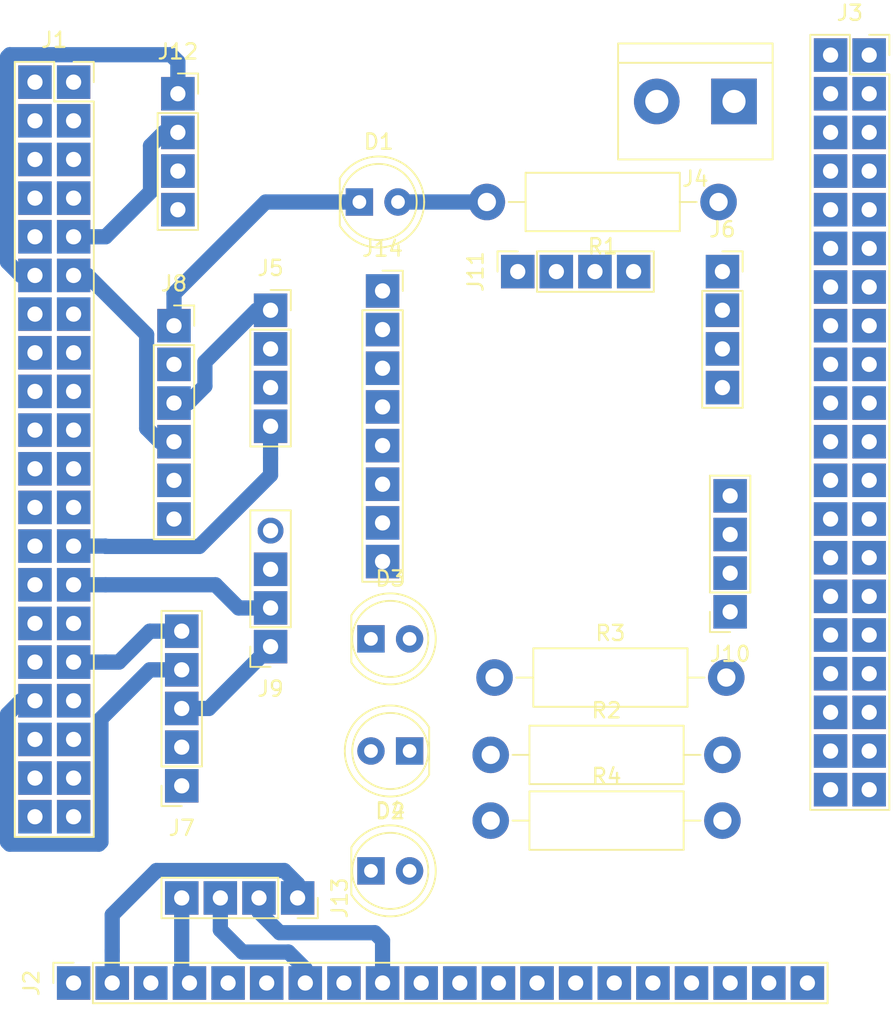
<source format=kicad_pcb>
(kicad_pcb (version 20171130) (host pcbnew "(5.1.2)-2")

  (general
    (thickness 1.6)
    (drawings 0)
    (tracks 69)
    (zones 0)
    (modules 22)
    (nets 107)
  )

  (page A4)
  (layers
    (0 F.Cu signal)
    (31 B.Cu signal)
    (32 B.Adhes user)
    (33 F.Adhes user)
    (34 B.Paste user)
    (35 F.Paste user)
    (36 B.SilkS user)
    (37 F.SilkS user)
    (38 B.Mask user)
    (39 F.Mask user)
    (40 Dwgs.User user)
    (41 Cmts.User user)
    (42 Eco1.User user)
    (43 Eco2.User user)
    (44 Edge.Cuts user)
    (45 Margin user)
    (46 B.CrtYd user)
    (47 F.CrtYd user)
    (48 B.Fab user)
    (49 F.Fab user)
  )

  (setup
    (last_trace_width 1)
    (user_trace_width 1)
    (trace_clearance 0.2)
    (zone_clearance 0.508)
    (zone_45_only no)
    (trace_min 0.2)
    (via_size 0.8)
    (via_drill 0.4)
    (via_min_size 0.4)
    (via_min_drill 0.3)
    (uvia_size 0.3)
    (uvia_drill 0.1)
    (uvias_allowed no)
    (uvia_min_size 0.2)
    (uvia_min_drill 0.1)
    (edge_width 0.05)
    (segment_width 0.2)
    (pcb_text_width 0.3)
    (pcb_text_size 1.5 1.5)
    (mod_edge_width 0.12)
    (mod_text_size 1 1)
    (mod_text_width 0.15)
    (pad_size 2.2 2.2)
    (pad_drill 1)
    (pad_to_mask_clearance 0.051)
    (solder_mask_min_width 0.25)
    (aux_axis_origin 0 0)
    (visible_elements FFFFEF7F)
    (pcbplotparams
      (layerselection 0x010fc_ffffffff)
      (usegerberextensions false)
      (usegerberattributes false)
      (usegerberadvancedattributes false)
      (creategerberjobfile false)
      (excludeedgelayer true)
      (linewidth 0.100000)
      (plotframeref false)
      (viasonmask false)
      (mode 1)
      (useauxorigin false)
      (hpglpennumber 1)
      (hpglpenspeed 20)
      (hpglpendiameter 15.000000)
      (psnegative false)
      (psa4output false)
      (plotreference true)
      (plotvalue true)
      (plotinvisibletext false)
      (padsonsilk false)
      (subtractmaskfromsilk false)
      (outputformat 1)
      (mirror false)
      (drillshape 1)
      (scaleselection 1)
      (outputdirectory ""))
  )

  (net 0 "")
  (net 1 GND)
  (net 2 "Net-(D1-Pad2)")
  (net 3 "Net-(D2-Pad2)")
  (net 4 "Net-(D3-Pad2)")
  (net 5 "Net-(D4-Pad2)")
  (net 6 3V)
  (net 7 NRST)
  (net 8 PC1)
  (net 9 PC0)
  (net 10 PC3)
  (net 11 PC2)
  (net 12 PA1)
  (net 13 PF2)
  (net 14 PA3)
  (net 15 PA0)
  (net 16 PF4)
  (net 17 PA2)
  (net 18 PA5)
  (net 19 PA4)
  (net 20 PA7)
  (net 21 PA6)
  (net 22 PC5)
  (net 23 PC4)
  (net 24 PB1)
  (net 25 PB0)
  (net 26 PE7)
  (net 27 PB2)
  (net 28 PE9)
  (net 29 PE8)
  (net 30 PE11)
  (net 31 PE10)
  (net 32 PE13)
  (net 33 PE12)
  (net 34 PE15)
  (net 35 PE14)
  (net 36 PB11)
  (net 37 PB10)
  (net 38 PB13)
  (net 39 PB12)
  (net 40 PB15)
  (net 41 PB14)
  (net 42 PD9)
  (net 43 PD8)
  (net 44 PD11)
  (net 45 PD13)
  (net 46 PD15)
  (net 47 PC6)
  (net 48 GND1)
  (net 49 PC7)
  (net 50 PD14)
  (net 51 PD12)
  (net 52 PD10)
  (net 53 PA12)
  (net 54 PA10)
  (net 55 PA8)
  (net 56 PC8)
  (net 57 GND2)
  (net 58 "Net-(J2-Pad17)")
  (net 59 PC9)
  (net 60 PA9)
  (net 61 PA11)
  (net 62 PA13)
  (net 63 PF6)
  (net 64 PA15)
  (net 65 PA14)
  (net 66 PC11)
  (net 67 PC10)
  (net 68 PD0)
  (net 69 PC12)
  (net 70 PD2)
  (net 71 PD1)
  (net 72 PD4)
  (net 73 PD3)
  (net 74 PD6)
  (net 75 PD5)
  (net 76 PB3)
  (net 77 PD7)
  (net 78 PB5)
  (net 79 PB4)
  (net 80 PB7)
  (net 81 PB6)
  (net 82 VDD)
  (net 83 "Net-(J3-Pad19)")
  (net 84 PB9)
  (net 85 PB8)
  (net 86 PE1)
  (net 87 PE0)
  (net 88 PE3)
  (net 89 PE2)
  (net 90 PE5)
  (net 91 PE4)
  (net 92 PC13)
  (net 93 PE6)
  (net 94 PC15)
  (net 95 PC14)
  (net 96 PF1)
  (net 97 PF0)
  (net 98 PF10)
  (net 99 PF9)
  (net 100 5V)
  (net 101 "Net-(J7-Pad1)")
  (net 102 "Net-(J8-Pad2)")
  (net 103 "Net-(J8-Pad6)")
  (net 104 "Net-(J14-Pad2)")
  (net 105 "Net-(J14-Pad3)")
  (net 106 "Net-(J14-Pad4)")

  (net_class Default "This is the default net class."
    (clearance 0.2)
    (trace_width 0.25)
    (via_dia 0.8)
    (via_drill 0.4)
    (uvia_dia 0.3)
    (uvia_drill 0.1)
    (add_net 3V)
    (add_net 5V)
    (add_net GND)
    (add_net GND1)
    (add_net GND2)
    (add_net NRST)
    (add_net "Net-(D1-Pad2)")
    (add_net "Net-(D2-Pad2)")
    (add_net "Net-(D3-Pad2)")
    (add_net "Net-(D4-Pad2)")
    (add_net "Net-(J14-Pad2)")
    (add_net "Net-(J14-Pad3)")
    (add_net "Net-(J14-Pad4)")
    (add_net "Net-(J2-Pad17)")
    (add_net "Net-(J3-Pad19)")
    (add_net "Net-(J7-Pad1)")
    (add_net "Net-(J8-Pad2)")
    (add_net "Net-(J8-Pad6)")
    (add_net PA0)
    (add_net PA1)
    (add_net PA10)
    (add_net PA11)
    (add_net PA12)
    (add_net PA13)
    (add_net PA14)
    (add_net PA15)
    (add_net PA2)
    (add_net PA3)
    (add_net PA4)
    (add_net PA5)
    (add_net PA6)
    (add_net PA7)
    (add_net PA8)
    (add_net PA9)
    (add_net PB0)
    (add_net PB1)
    (add_net PB10)
    (add_net PB11)
    (add_net PB12)
    (add_net PB13)
    (add_net PB14)
    (add_net PB15)
    (add_net PB2)
    (add_net PB3)
    (add_net PB4)
    (add_net PB5)
    (add_net PB6)
    (add_net PB7)
    (add_net PB8)
    (add_net PB9)
    (add_net PC0)
    (add_net PC1)
    (add_net PC10)
    (add_net PC11)
    (add_net PC12)
    (add_net PC13)
    (add_net PC14)
    (add_net PC15)
    (add_net PC2)
    (add_net PC3)
    (add_net PC4)
    (add_net PC5)
    (add_net PC6)
    (add_net PC7)
    (add_net PC8)
    (add_net PC9)
    (add_net PD0)
    (add_net PD1)
    (add_net PD10)
    (add_net PD11)
    (add_net PD12)
    (add_net PD13)
    (add_net PD14)
    (add_net PD15)
    (add_net PD2)
    (add_net PD3)
    (add_net PD4)
    (add_net PD5)
    (add_net PD6)
    (add_net PD7)
    (add_net PD8)
    (add_net PD9)
    (add_net PE0)
    (add_net PE1)
    (add_net PE10)
    (add_net PE11)
    (add_net PE12)
    (add_net PE13)
    (add_net PE14)
    (add_net PE15)
    (add_net PE2)
    (add_net PE3)
    (add_net PE4)
    (add_net PE5)
    (add_net PE6)
    (add_net PE7)
    (add_net PE8)
    (add_net PE9)
    (add_net PF0)
    (add_net PF1)
    (add_net PF10)
    (add_net PF2)
    (add_net PF4)
    (add_net PF6)
    (add_net PF9)
    (add_net VDD)
  )

  (module LED_THT:LED_D5.0mm_Clear (layer F.Cu) (tedit 5A6C9BC0) (tstamp 5EBD4C8F)
    (at 103.378 44.704)
    (descr "LED, diameter 5.0mm, 2 pins, http://cdn-reichelt.de/documents/datenblatt/A500/LL-504BC2E-009.pdf")
    (tags "LED diameter 5.0mm 2 pins")
    (path /5EBF5881)
    (fp_text reference D1 (at 1.27 -3.96) (layer F.SilkS)
      (effects (font (size 1 1) (thickness 0.15)))
    )
    (fp_text value LED (at 1.27 3.96) (layer F.Fab)
      (effects (font (size 1 1) (thickness 0.15)))
    )
    (fp_text user %R (at 1.25 0) (layer F.Fab)
      (effects (font (size 0.8 0.8) (thickness 0.2)))
    )
    (fp_line (start -1.23 -1.469694) (end -1.23 1.469694) (layer F.Fab) (width 0.1))
    (fp_line (start -1.29 -1.545) (end -1.29 1.545) (layer F.SilkS) (width 0.12))
    (fp_line (start -1.95 -3.25) (end -1.95 3.25) (layer F.CrtYd) (width 0.05))
    (fp_line (start -1.95 3.25) (end 4.5 3.25) (layer F.CrtYd) (width 0.05))
    (fp_line (start 4.5 3.25) (end 4.5 -3.25) (layer F.CrtYd) (width 0.05))
    (fp_line (start 4.5 -3.25) (end -1.95 -3.25) (layer F.CrtYd) (width 0.05))
    (fp_circle (center 1.27 0) (end 3.77 0) (layer F.Fab) (width 0.1))
    (fp_circle (center 1.27 0) (end 3.77 0) (layer F.SilkS) (width 0.12))
    (fp_arc (start 1.27 0) (end -1.23 -1.469694) (angle 299.1) (layer F.Fab) (width 0.1))
    (fp_arc (start 1.27 0) (end -1.29 -1.54483) (angle 148.9) (layer F.SilkS) (width 0.12))
    (fp_arc (start 1.27 0) (end -1.29 1.54483) (angle -148.9) (layer F.SilkS) (width 0.12))
    (pad 1 thru_hole rect (at 0 0) (size 1.8 1.8) (drill 0.9) (layers *.Cu *.Mask)
      (net 1 GND))
    (pad 2 thru_hole circle (at 2.54 0) (size 1.8 1.8) (drill 0.9) (layers *.Cu *.Mask)
      (net 2 "Net-(D1-Pad2)"))
    (model ${KISYS3DMOD}/LED_THT.3dshapes/LED_D5.0mm_Clear.wrl
      (at (xyz 0 0 0))
      (scale (xyz 1 1 1))
      (rotate (xyz 0 0 0))
    )
  )

  (module LED_THT:LED_D5.0mm_Clear (layer F.Cu) (tedit 5A6C9BC0) (tstamp 5EBD4CA1)
    (at 106.68 80.772 180)
    (descr "LED, diameter 5.0mm, 2 pins, http://cdn-reichelt.de/documents/datenblatt/A500/LL-504BC2E-009.pdf")
    (tags "LED diameter 5.0mm 2 pins")
    (path /5EBEFC50)
    (fp_text reference D2 (at 1.27 -3.96) (layer F.SilkS)
      (effects (font (size 1 1) (thickness 0.15)))
    )
    (fp_text value LED (at 1.27 3.96) (layer F.Fab)
      (effects (font (size 1 1) (thickness 0.15)))
    )
    (fp_text user %R (at 1.25 0) (layer F.Fab)
      (effects (font (size 0.8 0.8) (thickness 0.2)))
    )
    (fp_line (start -1.23 -1.469694) (end -1.23 1.469694) (layer F.Fab) (width 0.1))
    (fp_line (start -1.29 -1.545) (end -1.29 1.545) (layer F.SilkS) (width 0.12))
    (fp_line (start -1.95 -3.25) (end -1.95 3.25) (layer F.CrtYd) (width 0.05))
    (fp_line (start -1.95 3.25) (end 4.5 3.25) (layer F.CrtYd) (width 0.05))
    (fp_line (start 4.5 3.25) (end 4.5 -3.25) (layer F.CrtYd) (width 0.05))
    (fp_line (start 4.5 -3.25) (end -1.95 -3.25) (layer F.CrtYd) (width 0.05))
    (fp_circle (center 1.27 0) (end 3.77 0) (layer F.Fab) (width 0.1))
    (fp_circle (center 1.27 0) (end 3.77 0) (layer F.SilkS) (width 0.12))
    (fp_arc (start 1.27 0) (end -1.23 -1.469694) (angle 299.1) (layer F.Fab) (width 0.1))
    (fp_arc (start 1.27 0) (end -1.29 -1.54483) (angle 148.9) (layer F.SilkS) (width 0.12))
    (fp_arc (start 1.27 0) (end -1.29 1.54483) (angle -148.9) (layer F.SilkS) (width 0.12))
    (pad 1 thru_hole rect (at 0 0 180) (size 1.8 1.8) (drill 0.9) (layers *.Cu *.Mask)
      (net 1 GND))
    (pad 2 thru_hole circle (at 2.54 0 180) (size 1.8 1.8) (drill 0.9) (layers *.Cu *.Mask)
      (net 3 "Net-(D2-Pad2)"))
    (model ${KISYS3DMOD}/LED_THT.3dshapes/LED_D5.0mm_Clear.wrl
      (at (xyz 0 0 0))
      (scale (xyz 1 1 1))
      (rotate (xyz 0 0 0))
    )
  )

  (module LED_THT:LED_D5.0mm_Clear (layer F.Cu) (tedit 5A6C9BC0) (tstamp 5EBD4CB3)
    (at 104.14 73.406)
    (descr "LED, diameter 5.0mm, 2 pins, http://cdn-reichelt.de/documents/datenblatt/A500/LL-504BC2E-009.pdf")
    (tags "LED diameter 5.0mm 2 pins")
    (path /5EBF03ED)
    (fp_text reference D3 (at 1.27 -3.96) (layer F.SilkS)
      (effects (font (size 1 1) (thickness 0.15)))
    )
    (fp_text value LED (at 1.27 3.96) (layer F.Fab)
      (effects (font (size 1 1) (thickness 0.15)))
    )
    (fp_arc (start 1.27 0) (end -1.29 1.54483) (angle -148.9) (layer F.SilkS) (width 0.12))
    (fp_arc (start 1.27 0) (end -1.29 -1.54483) (angle 148.9) (layer F.SilkS) (width 0.12))
    (fp_arc (start 1.27 0) (end -1.23 -1.469694) (angle 299.1) (layer F.Fab) (width 0.1))
    (fp_circle (center 1.27 0) (end 3.77 0) (layer F.SilkS) (width 0.12))
    (fp_circle (center 1.27 0) (end 3.77 0) (layer F.Fab) (width 0.1))
    (fp_line (start 4.5 -3.25) (end -1.95 -3.25) (layer F.CrtYd) (width 0.05))
    (fp_line (start 4.5 3.25) (end 4.5 -3.25) (layer F.CrtYd) (width 0.05))
    (fp_line (start -1.95 3.25) (end 4.5 3.25) (layer F.CrtYd) (width 0.05))
    (fp_line (start -1.95 -3.25) (end -1.95 3.25) (layer F.CrtYd) (width 0.05))
    (fp_line (start -1.29 -1.545) (end -1.29 1.545) (layer F.SilkS) (width 0.12))
    (fp_line (start -1.23 -1.469694) (end -1.23 1.469694) (layer F.Fab) (width 0.1))
    (fp_text user %R (at 1.25 0) (layer F.Fab)
      (effects (font (size 0.8 0.8) (thickness 0.2)))
    )
    (pad 2 thru_hole circle (at 2.54 0) (size 1.8 1.8) (drill 0.9) (layers *.Cu *.Mask)
      (net 4 "Net-(D3-Pad2)"))
    (pad 1 thru_hole rect (at 0 0) (size 1.8 1.8) (drill 0.9) (layers *.Cu *.Mask)
      (net 1 GND))
    (model ${KISYS3DMOD}/LED_THT.3dshapes/LED_D5.0mm_Clear.wrl
      (at (xyz 0 0 0))
      (scale (xyz 1 1 1))
      (rotate (xyz 0 0 0))
    )
  )

  (module LED_THT:LED_D5.0mm_Clear (layer F.Cu) (tedit 5A6C9BC0) (tstamp 5EBD4CC5)
    (at 104.14 88.646)
    (descr "LED, diameter 5.0mm, 2 pins, http://cdn-reichelt.de/documents/datenblatt/A500/LL-504BC2E-009.pdf")
    (tags "LED diameter 5.0mm 2 pins")
    (path /5EBED23F)
    (fp_text reference D4 (at 1.27 -3.96) (layer F.SilkS)
      (effects (font (size 1 1) (thickness 0.15)))
    )
    (fp_text value LED (at 1.27 3.96) (layer F.Fab)
      (effects (font (size 1 1) (thickness 0.15)))
    )
    (fp_arc (start 1.27 0) (end -1.29 1.54483) (angle -148.9) (layer F.SilkS) (width 0.12))
    (fp_arc (start 1.27 0) (end -1.29 -1.54483) (angle 148.9) (layer F.SilkS) (width 0.12))
    (fp_arc (start 1.27 0) (end -1.23 -1.469694) (angle 299.1) (layer F.Fab) (width 0.1))
    (fp_circle (center 1.27 0) (end 3.77 0) (layer F.SilkS) (width 0.12))
    (fp_circle (center 1.27 0) (end 3.77 0) (layer F.Fab) (width 0.1))
    (fp_line (start 4.5 -3.25) (end -1.95 -3.25) (layer F.CrtYd) (width 0.05))
    (fp_line (start 4.5 3.25) (end 4.5 -3.25) (layer F.CrtYd) (width 0.05))
    (fp_line (start -1.95 3.25) (end 4.5 3.25) (layer F.CrtYd) (width 0.05))
    (fp_line (start -1.95 -3.25) (end -1.95 3.25) (layer F.CrtYd) (width 0.05))
    (fp_line (start -1.29 -1.545) (end -1.29 1.545) (layer F.SilkS) (width 0.12))
    (fp_line (start -1.23 -1.469694) (end -1.23 1.469694) (layer F.Fab) (width 0.1))
    (fp_text user %R (at 1.25 0) (layer F.Fab)
      (effects (font (size 0.8 0.8) (thickness 0.2)))
    )
    (pad 2 thru_hole circle (at 2.54 0) (size 1.8 1.8) (drill 0.9) (layers *.Cu *.Mask)
      (net 5 "Net-(D4-Pad2)"))
    (pad 1 thru_hole rect (at 0 0) (size 1.8 1.8) (drill 0.9) (layers *.Cu *.Mask)
      (net 1 GND))
    (model ${KISYS3DMOD}/LED_THT.3dshapes/LED_D5.0mm_Clear.wrl
      (at (xyz 0 0 0))
      (scale (xyz 1 1 1))
      (rotate (xyz 0 0 0))
    )
  )

  (module Connector_PinSocket_2.54mm:PinSocket_2x20_P2.54mm_Vertical (layer F.Cu) (tedit 5EBCF8A8) (tstamp 5EBD4D03)
    (at 84.582 36.83)
    (descr "Through hole straight socket strip, 2x20, 2.54mm pitch, double cols (from Kicad 4.0.7), script generated")
    (tags "Through hole socket strip THT 2x20 2.54mm double row")
    (path /5EC76382)
    (fp_text reference J1 (at -1.27 -2.77) (layer F.SilkS)
      (effects (font (size 1 1) (thickness 0.15)))
    )
    (fp_text value LEFT (at -1.27 51.03) (layer F.Fab)
      (effects (font (size 1 1) (thickness 0.15)))
    )
    (fp_line (start -3.81 -1.27) (end 0.27 -1.27) (layer F.Fab) (width 0.1))
    (fp_line (start 0.27 -1.27) (end 1.27 -0.27) (layer F.Fab) (width 0.1))
    (fp_line (start 1.27 -0.27) (end 1.27 49.53) (layer F.Fab) (width 0.1))
    (fp_line (start 1.27 49.53) (end -3.81 49.53) (layer F.Fab) (width 0.1))
    (fp_line (start -3.81 49.53) (end -3.81 -1.27) (layer F.Fab) (width 0.1))
    (fp_line (start -3.87 -1.33) (end -1.27 -1.33) (layer F.SilkS) (width 0.12))
    (fp_line (start -3.87 -1.33) (end -3.87 49.59) (layer F.SilkS) (width 0.12))
    (fp_line (start -3.87 49.59) (end 1.33 49.59) (layer F.SilkS) (width 0.12))
    (fp_line (start 1.33 1.27) (end 1.33 49.59) (layer F.SilkS) (width 0.12))
    (fp_line (start -1.27 1.27) (end 1.33 1.27) (layer F.SilkS) (width 0.12))
    (fp_line (start -1.27 -1.33) (end -1.27 1.27) (layer F.SilkS) (width 0.12))
    (fp_line (start 1.33 -1.33) (end 1.33 0) (layer F.SilkS) (width 0.12))
    (fp_line (start 0 -1.33) (end 1.33 -1.33) (layer F.SilkS) (width 0.12))
    (fp_line (start -4.34 -1.8) (end 1.76 -1.8) (layer F.CrtYd) (width 0.05))
    (fp_line (start 1.76 -1.8) (end 1.76 50) (layer F.CrtYd) (width 0.05))
    (fp_line (start 1.76 50) (end -4.34 50) (layer F.CrtYd) (width 0.05))
    (fp_line (start -4.34 50) (end -4.34 -1.8) (layer F.CrtYd) (width 0.05))
    (fp_text user %R (at -1.27 24.13 90) (layer F.Fab)
      (effects (font (size 1 1) (thickness 0.15)))
    )
    (pad 1 thru_hole rect (at 0 0) (size 2.2 2.2) (drill 1) (layers *.Cu *.Mask)
      (net 6 3V))
    (pad 2 thru_hole rect (at -2.54 0) (size 2.2 2.2) (drill 1) (layers *.Cu *.Mask)
      (net 6 3V))
    (pad 3 thru_hole rect (at 0 2.54) (size 2.2 2.2) (drill 1) (layers *.Cu *.Mask)
      (net 1 GND))
    (pad 4 thru_hole rect (at -2.54 2.54) (size 2.2 2.2) (drill 1) (layers *.Cu *.Mask)
      (net 7 NRST))
    (pad 5 thru_hole rect (at 0 5.08) (size 2.2 2.2) (drill 1) (layers *.Cu *.Mask)
      (net 8 PC1))
    (pad 6 thru_hole rect (at -2.54 5.08) (size 2.2 2.2) (drill 1) (layers *.Cu *.Mask)
      (net 9 PC0))
    (pad 7 thru_hole rect (at 0 7.62) (size 2.2 2.2) (drill 1) (layers *.Cu *.Mask)
      (net 10 PC3))
    (pad 8 thru_hole rect (at -2.54 7.62) (size 2.2 2.2) (drill 1) (layers *.Cu *.Mask)
      (net 11 PC2))
    (pad 9 thru_hole rect (at 0 10.16) (size 2.2 2.2) (drill 1) (layers *.Cu *.Mask)
      (net 12 PA1))
    (pad 10 thru_hole rect (at -2.54 10.16) (size 2.2 2.2) (drill 1) (layers *.Cu *.Mask)
      (net 13 PF2))
    (pad 11 thru_hole rect (at 0 12.7) (size 2.2 2.2) (drill 1) (layers *.Cu *.Mask)
      (net 14 PA3))
    (pad 12 thru_hole rect (at -2.54 12.7) (size 2.2 2.2) (drill 1) (layers *.Cu *.Mask)
      (net 15 PA0))
    (pad 13 thru_hole rect (at 0 15.24) (size 2.2 2.2) (drill 1) (layers *.Cu *.Mask)
      (net 16 PF4))
    (pad 14 thru_hole rect (at -2.54 15.24) (size 2.2 2.2) (drill 1) (layers *.Cu *.Mask)
      (net 17 PA2))
    (pad 15 thru_hole rect (at 0 17.78) (size 2.2 2.2) (drill 1) (layers *.Cu *.Mask)
      (net 18 PA5))
    (pad 16 thru_hole rect (at -2.54 17.78) (size 2.2 2.2) (drill 1) (layers *.Cu *.Mask)
      (net 19 PA4))
    (pad 17 thru_hole rect (at 0 20.32) (size 2.2 2.2) (drill 1) (layers *.Cu *.Mask)
      (net 20 PA7))
    (pad 18 thru_hole rect (at -2.54 20.32) (size 2.2 2.2) (drill 1) (layers *.Cu *.Mask)
      (net 21 PA6))
    (pad 19 thru_hole rect (at 0 22.86) (size 2.2 2.2) (drill 1) (layers *.Cu *.Mask)
      (net 22 PC5))
    (pad 20 thru_hole rect (at -2.54 22.86) (size 2.2 2.2) (drill 1) (layers *.Cu *.Mask)
      (net 23 PC4))
    (pad 21 thru_hole rect (at 0 25.4) (size 2.2 2.2) (drill 1) (layers *.Cu *.Mask)
      (net 24 PB1))
    (pad 22 thru_hole rect (at -2.54 25.4) (size 2.2 2.2) (drill 1) (layers *.Cu *.Mask)
      (net 25 PB0))
    (pad 23 thru_hole rect (at 0 27.94) (size 2.2 2.2) (drill 1) (layers *.Cu *.Mask)
      (net 26 PE7))
    (pad 24 thru_hole rect (at -2.54 27.94) (size 2.2 2.2) (drill 1) (layers *.Cu *.Mask)
      (net 27 PB2))
    (pad 25 thru_hole rect (at 0 30.48) (size 2.2 2.2) (drill 1) (layers *.Cu *.Mask)
      (net 28 PE9))
    (pad 26 thru_hole rect (at -2.54 30.48) (size 2.2 2.2) (drill 1) (layers *.Cu *.Mask)
      (net 29 PE8))
    (pad 27 thru_hole rect (at 0 33.02) (size 2.2 2.2) (drill 1) (layers *.Cu *.Mask)
      (net 30 PE11))
    (pad 28 thru_hole rect (at -2.54 33.02) (size 2.2 2.2) (drill 1) (layers *.Cu *.Mask)
      (net 31 PE10))
    (pad 29 thru_hole rect (at 0 35.56) (size 2.2 2.2) (drill 1) (layers *.Cu *.Mask)
      (net 32 PE13))
    (pad 30 thru_hole rect (at -2.54 35.56) (size 2.2 2.2) (drill 1) (layers *.Cu *.Mask)
      (net 33 PE12))
    (pad 31 thru_hole rect (at 0 38.1) (size 2.2 2.2) (drill 1) (layers *.Cu *.Mask)
      (net 34 PE15))
    (pad 32 thru_hole rect (at -2.54 38.1) (size 2.2 2.2) (drill 1) (layers *.Cu *.Mask)
      (net 35 PE14))
    (pad 33 thru_hole rect (at 0 40.64) (size 2.2 2.2) (drill 1) (layers *.Cu *.Mask)
      (net 36 PB11))
    (pad 34 thru_hole rect (at -2.54 40.64) (size 2.2 2.2) (drill 1) (layers *.Cu *.Mask)
      (net 37 PB10))
    (pad 35 thru_hole rect (at 0 43.18) (size 2.2 2.2) (drill 1) (layers *.Cu *.Mask)
      (net 38 PB13))
    (pad 36 thru_hole rect (at -2.54 43.18) (size 2.2 2.2) (drill 1) (layers *.Cu *.Mask)
      (net 39 PB12))
    (pad 37 thru_hole rect (at 0 45.72) (size 2.2 2.2) (drill 1) (layers *.Cu *.Mask)
      (net 40 PB15))
    (pad 38 thru_hole rect (at -2.54 45.72) (size 2.2 2.2) (drill 1) (layers *.Cu *.Mask)
      (net 41 PB14))
    (pad 39 thru_hole rect (at 0 48.26) (size 2.2 2.2) (drill 1) (layers *.Cu *.Mask)
      (net 42 PD9))
    (pad 40 thru_hole rect (at -2.54 48.26) (size 2.2 2.2) (drill 1) (layers *.Cu *.Mask)
      (net 43 PD8))
    (model ${KISYS3DMOD}/Connector_PinSocket_2.54mm.3dshapes/PinSocket_2x20_P2.54mm_Vertical.wrl
      (at (xyz 0 0 0))
      (scale (xyz 1 1 1))
      (rotate (xyz 0 0 0))
    )
  )

  (module Connector_PinSocket_2.54mm:PinSocket_1x20_P2.54mm_Vertical (layer F.Cu) (tedit 5A19A41E) (tstamp 5EBD4D2B)
    (at 84.582 96.012 90)
    (descr "Through hole straight socket strip, 1x20, 2.54mm pitch, single row (from Kicad 4.0.7), script generated")
    (tags "Through hole socket strip THT 1x20 2.54mm single row")
    (path /5EC7AA53)
    (fp_text reference J2 (at 0 -2.77 90) (layer F.SilkS)
      (effects (font (size 1 1) (thickness 0.15)))
    )
    (fp_text value bottom (at 0 51.03 90) (layer F.Fab)
      (effects (font (size 1 1) (thickness 0.15)))
    )
    (fp_line (start -1.27 -1.27) (end 0.635 -1.27) (layer F.Fab) (width 0.1))
    (fp_line (start 0.635 -1.27) (end 1.27 -0.635) (layer F.Fab) (width 0.1))
    (fp_line (start 1.27 -0.635) (end 1.27 49.53) (layer F.Fab) (width 0.1))
    (fp_line (start 1.27 49.53) (end -1.27 49.53) (layer F.Fab) (width 0.1))
    (fp_line (start -1.27 49.53) (end -1.27 -1.27) (layer F.Fab) (width 0.1))
    (fp_line (start -1.33 1.27) (end 1.33 1.27) (layer F.SilkS) (width 0.12))
    (fp_line (start -1.33 1.27) (end -1.33 49.59) (layer F.SilkS) (width 0.12))
    (fp_line (start -1.33 49.59) (end 1.33 49.59) (layer F.SilkS) (width 0.12))
    (fp_line (start 1.33 1.27) (end 1.33 49.59) (layer F.SilkS) (width 0.12))
    (fp_line (start 1.33 -1.33) (end 1.33 0) (layer F.SilkS) (width 0.12))
    (fp_line (start 0 -1.33) (end 1.33 -1.33) (layer F.SilkS) (width 0.12))
    (fp_line (start -1.8 -1.8) (end 1.75 -1.8) (layer F.CrtYd) (width 0.05))
    (fp_line (start 1.75 -1.8) (end 1.75 50) (layer F.CrtYd) (width 0.05))
    (fp_line (start 1.75 50) (end -1.8 50) (layer F.CrtYd) (width 0.05))
    (fp_line (start -1.8 50) (end -1.8 -1.8) (layer F.CrtYd) (width 0.05))
    (fp_text user %R (at 0 24.13) (layer F.Fab)
      (effects (font (size 1 1) (thickness 0.15)))
    )
    (pad 1 thru_hole rect (at 0 0 90) (size 2.2 2.2) (drill 1) (layers *.Cu *.Mask)
      (net 44 PD11))
    (pad 2 thru_hole rect (at 0 2.54 90) (size 2.2 2.2) (drill 1) (layers *.Cu *.Mask)
      (net 45 PD13))
    (pad 3 thru_hole rect (at 0 5.08 90) (size 2.2 2.2) (drill 1) (layers *.Cu *.Mask)
      (net 46 PD15))
    (pad 4 thru_hole rect (at 0 7.62 90) (size 2.2 2.2) (drill 1) (layers *.Cu *.Mask)
      (net 47 PC6))
    (pad 5 thru_hole rect (at 0 10.16 90) (size 2.2 2.2) (drill 1) (layers *.Cu *.Mask)
      (net 48 GND1))
    (pad 6 thru_hole rect (at 0 12.7 90) (size 2.2 2.2) (drill 1) (layers *.Cu *.Mask)
      (net 48 GND1))
    (pad 7 thru_hole rect (at 0 15.24 90) (size 2.2 2.2) (drill 1) (layers *.Cu *.Mask)
      (net 49 PC7))
    (pad 8 thru_hole rect (at 0 17.78 90) (size 2.2 2.2) (drill 1) (layers *.Cu *.Mask)
      (net 50 PD14))
    (pad 9 thru_hole rect (at 0 20.32 90) (size 2.2 2.2) (drill 1) (layers *.Cu *.Mask)
      (net 51 PD12))
    (pad 10 thru_hole rect (at 0 22.86 90) (size 2.2 2.2) (drill 1) (layers *.Cu *.Mask)
      (net 52 PD10))
    (pad 11 thru_hole rect (at 0 25.4 90) (size 2.2 2.2) (drill 1) (layers *.Cu *.Mask)
      (net 53 PA12))
    (pad 12 thru_hole rect (at 0 27.94 90) (size 2.2 2.2) (drill 1) (layers *.Cu *.Mask)
      (net 54 PA10))
    (pad 13 thru_hole rect (at 0 30.48 90) (size 2.2 2.2) (drill 1) (layers *.Cu *.Mask)
      (net 55 PA8))
    (pad 14 thru_hole rect (at 0 33.02 90) (size 2.2 2.2) (drill 1) (layers *.Cu *.Mask)
      (net 56 PC8))
    (pad 15 thru_hole rect (at 0 35.56 90) (size 2.2 2.2) (drill 1) (layers *.Cu *.Mask)
      (net 57 GND2))
    (pad 16 thru_hole rect (at 0 38.1 90) (size 2.2 2.2) (drill 1) (layers *.Cu *.Mask)
      (net 57 GND2))
    (pad 17 thru_hole rect (at 0 40.64 90) (size 2.2 2.2) (drill 1) (layers *.Cu *.Mask)
      (net 58 "Net-(J2-Pad17)"))
    (pad 18 thru_hole rect (at 0 43.18 90) (size 2.2 2.2) (drill 1) (layers *.Cu *.Mask)
      (net 59 PC9))
    (pad 19 thru_hole rect (at 0 45.72 90) (size 2.2 2.2) (drill 1) (layers *.Cu *.Mask)
      (net 60 PA9))
    (pad 20 thru_hole rect (at 0 48.26 90) (size 2.2 2.2) (drill 1) (layers *.Cu *.Mask)
      (net 61 PA11))
    (model ${KISYS3DMOD}/Connector_PinSocket_2.54mm.3dshapes/PinSocket_1x20_P2.54mm_Vertical.wrl
      (at (xyz 0 0 0))
      (scale (xyz 1 1 1))
      (rotate (xyz 0 0 0))
    )
  )

  (module Connector_PinSocket_2.54mm:PinSocket_2x20_P2.54mm_Vertical (layer F.Cu) (tedit 5A19A433) (tstamp 5EBD4D69)
    (at 136.906 35.052)
    (descr "Through hole straight socket strip, 2x20, 2.54mm pitch, double cols (from Kicad 4.0.7), script generated")
    (tags "Through hole socket strip THT 2x20 2.54mm double row")
    (path /5EC70DEF)
    (fp_text reference J3 (at -1.27 -2.77) (layer F.SilkS)
      (effects (font (size 1 1) (thickness 0.15)))
    )
    (fp_text value RIGHT (at -1.27 51.03) (layer F.Fab)
      (effects (font (size 1 1) (thickness 0.15)))
    )
    (fp_text user %R (at -1.27 24.13 90) (layer F.Fab)
      (effects (font (size 1 1) (thickness 0.15)))
    )
    (fp_line (start -4.34 50) (end -4.34 -1.8) (layer F.CrtYd) (width 0.05))
    (fp_line (start 1.76 50) (end -4.34 50) (layer F.CrtYd) (width 0.05))
    (fp_line (start 1.76 -1.8) (end 1.76 50) (layer F.CrtYd) (width 0.05))
    (fp_line (start -4.34 -1.8) (end 1.76 -1.8) (layer F.CrtYd) (width 0.05))
    (fp_line (start 0 -1.33) (end 1.33 -1.33) (layer F.SilkS) (width 0.12))
    (fp_line (start 1.33 -1.33) (end 1.33 0) (layer F.SilkS) (width 0.12))
    (fp_line (start -1.27 -1.33) (end -1.27 1.27) (layer F.SilkS) (width 0.12))
    (fp_line (start -1.27 1.27) (end 1.33 1.27) (layer F.SilkS) (width 0.12))
    (fp_line (start 1.33 1.27) (end 1.33 49.59) (layer F.SilkS) (width 0.12))
    (fp_line (start -3.87 49.59) (end 1.33 49.59) (layer F.SilkS) (width 0.12))
    (fp_line (start -3.87 -1.33) (end -3.87 49.59) (layer F.SilkS) (width 0.12))
    (fp_line (start -3.87 -1.33) (end -1.27 -1.33) (layer F.SilkS) (width 0.12))
    (fp_line (start -3.81 49.53) (end -3.81 -1.27) (layer F.Fab) (width 0.1))
    (fp_line (start 1.27 49.53) (end -3.81 49.53) (layer F.Fab) (width 0.1))
    (fp_line (start 1.27 -0.27) (end 1.27 49.53) (layer F.Fab) (width 0.1))
    (fp_line (start 0.27 -1.27) (end 1.27 -0.27) (layer F.Fab) (width 0.1))
    (fp_line (start -3.81 -1.27) (end 0.27 -1.27) (layer F.Fab) (width 0.1))
    (pad 40 thru_hole rect (at -2.54 48.26) (size 2.2 2.2) (drill 1) (layers *.Cu *.Mask)
      (net 62 PA13))
    (pad 39 thru_hole rect (at 0 48.26) (size 2.2 2.2) (drill 1) (layers *.Cu *.Mask)
      (net 63 PF6))
    (pad 38 thru_hole rect (at -2.54 45.72) (size 2.2 2.2) (drill 1) (layers *.Cu *.Mask)
      (net 64 PA15))
    (pad 37 thru_hole rect (at 0 45.72) (size 2.2 2.2) (drill 1) (layers *.Cu *.Mask)
      (net 65 PA14))
    (pad 36 thru_hole rect (at -2.54 43.18) (size 2.2 2.2) (drill 1) (layers *.Cu *.Mask)
      (net 66 PC11))
    (pad 35 thru_hole rect (at 0 43.18) (size 2.2 2.2) (drill 1) (layers *.Cu *.Mask)
      (net 67 PC10))
    (pad 34 thru_hole rect (at -2.54 40.64) (size 2.2 2.2) (drill 1) (layers *.Cu *.Mask)
      (net 68 PD0))
    (pad 33 thru_hole rect (at 0 40.64) (size 2.2 2.2) (drill 1) (layers *.Cu *.Mask)
      (net 69 PC12))
    (pad 32 thru_hole rect (at -2.54 38.1) (size 2.2 2.2) (drill 1) (layers *.Cu *.Mask)
      (net 70 PD2))
    (pad 31 thru_hole rect (at 0 38.1) (size 2.2 2.2) (drill 1) (layers *.Cu *.Mask)
      (net 71 PD1))
    (pad 30 thru_hole rect (at -2.54 35.56) (size 2.2 2.2) (drill 1) (layers *.Cu *.Mask)
      (net 72 PD4))
    (pad 29 thru_hole rect (at 0 35.56) (size 2.2 2.2) (drill 1) (layers *.Cu *.Mask)
      (net 73 PD3))
    (pad 28 thru_hole rect (at -2.54 33.02) (size 2.2 2.2) (drill 1) (layers *.Cu *.Mask)
      (net 74 PD6))
    (pad 27 thru_hole rect (at 0 33.02) (size 2.2 2.2) (drill 1) (layers *.Cu *.Mask)
      (net 75 PD5))
    (pad 26 thru_hole rect (at -2.54 30.48) (size 2.2 2.2) (drill 1) (layers *.Cu *.Mask)
      (net 76 PB3))
    (pad 25 thru_hole rect (at 0 30.48) (size 2.2 2.2) (drill 1) (layers *.Cu *.Mask)
      (net 77 PD7))
    (pad 24 thru_hole rect (at -2.54 27.94) (size 2.2 2.2) (drill 1) (layers *.Cu *.Mask)
      (net 78 PB5))
    (pad 23 thru_hole rect (at 0 27.94) (size 2.2 2.2) (drill 1) (layers *.Cu *.Mask)
      (net 79 PB4))
    (pad 22 thru_hole rect (at -2.54 25.4) (size 2.2 2.2) (drill 1) (layers *.Cu *.Mask)
      (net 80 PB7))
    (pad 21 thru_hole rect (at 0 25.4) (size 2.2 2.2) (drill 1) (layers *.Cu *.Mask)
      (net 81 PB6))
    (pad 20 thru_hole rect (at -2.54 22.86) (size 2.2 2.2) (drill 1) (layers *.Cu *.Mask)
      (net 82 VDD))
    (pad 19 thru_hole rect (at 0 22.86) (size 2.2 2.2) (drill 1) (layers *.Cu *.Mask)
      (net 83 "Net-(J3-Pad19)"))
    (pad 18 thru_hole rect (at -2.54 20.32) (size 2.2 2.2) (drill 1) (layers *.Cu *.Mask)
      (net 84 PB9))
    (pad 17 thru_hole rect (at 0 20.32) (size 2.2 2.2) (drill 1) (layers *.Cu *.Mask)
      (net 85 PB8))
    (pad 16 thru_hole rect (at -2.54 17.78) (size 2.2 2.2) (drill 1) (layers *.Cu *.Mask)
      (net 86 PE1))
    (pad 15 thru_hole rect (at 0 17.78) (size 2.2 2.2) (drill 1) (layers *.Cu *.Mask)
      (net 87 PE0))
    (pad 14 thru_hole rect (at -2.54 15.24) (size 2.2 2.2) (drill 1) (layers *.Cu *.Mask)
      (net 88 PE3))
    (pad 13 thru_hole rect (at 0 15.24) (size 2.2 2.2) (drill 1) (layers *.Cu *.Mask)
      (net 89 PE2))
    (pad 12 thru_hole rect (at -2.54 12.7) (size 2.2 2.2) (drill 1) (layers *.Cu *.Mask)
      (net 90 PE5))
    (pad 11 thru_hole rect (at 0 12.7) (size 2.2 2.2) (drill 1) (layers *.Cu *.Mask)
      (net 91 PE4))
    (pad 10 thru_hole rect (at -2.54 10.16) (size 2.2 2.2) (drill 1) (layers *.Cu *.Mask)
      (net 92 PC13))
    (pad 9 thru_hole rect (at 0 10.16) (size 2.2 2.2) (drill 1) (layers *.Cu *.Mask)
      (net 93 PE6))
    (pad 8 thru_hole rect (at -2.54 7.62) (size 2.2 2.2) (drill 1) (layers *.Cu *.Mask)
      (net 94 PC15))
    (pad 7 thru_hole rect (at 0 7.62) (size 2.2 2.2) (drill 1) (layers *.Cu *.Mask)
      (net 95 PC14))
    (pad 6 thru_hole rect (at -2.54 5.08) (size 2.2 2.2) (drill 1) (layers *.Cu *.Mask)
      (net 96 PF1))
    (pad 5 thru_hole rect (at 0 5.08) (size 2.2 2.2) (drill 1) (layers *.Cu *.Mask)
      (net 97 PF0))
    (pad 4 thru_hole rect (at -2.54 2.54) (size 2.2 2.2) (drill 1) (layers *.Cu *.Mask)
      (net 98 PF10))
    (pad 3 thru_hole rect (at 0 2.54) (size 2.2 2.2) (drill 1) (layers *.Cu *.Mask)
      (net 99 PF9))
    (pad 2 thru_hole rect (at -2.54 0) (size 2.2 2.2) (drill 1) (layers *.Cu *.Mask)
      (net 100 5V))
    (pad 1 thru_hole rect (at 0 0) (size 2.2 2.2) (drill 1) (layers *.Cu *.Mask)
      (net 100 5V))
    (model ${KISYS3DMOD}/Connector_PinSocket_2.54mm.3dshapes/PinSocket_2x20_P2.54mm_Vertical.wrl
      (at (xyz 0 0 0))
      (scale (xyz 1 1 1))
      (rotate (xyz 0 0 0))
    )
  )

  (module TerminalBlock:TerminalBlock_bornier-2_P5.08mm (layer F.Cu) (tedit 59FF03AB) (tstamp 5EBD4D7E)
    (at 128.016 38.1 180)
    (descr "simple 2-pin terminal block, pitch 5.08mm, revamped version of bornier2")
    (tags "terminal block bornier2")
    (path /5EBF1831)
    (fp_text reference J4 (at 2.54 -5.08) (layer F.SilkS)
      (effects (font (size 1 1) (thickness 0.15)))
    )
    (fp_text value power (at 2.54 5.08) (layer F.Fab)
      (effects (font (size 1 1) (thickness 0.15)))
    )
    (fp_text user %R (at 2.54 0) (layer F.Fab)
      (effects (font (size 1 1) (thickness 0.15)))
    )
    (fp_line (start -2.41 2.55) (end 7.49 2.55) (layer F.Fab) (width 0.1))
    (fp_line (start -2.46 -3.75) (end -2.46 3.75) (layer F.Fab) (width 0.1))
    (fp_line (start -2.46 3.75) (end 7.54 3.75) (layer F.Fab) (width 0.1))
    (fp_line (start 7.54 3.75) (end 7.54 -3.75) (layer F.Fab) (width 0.1))
    (fp_line (start 7.54 -3.75) (end -2.46 -3.75) (layer F.Fab) (width 0.1))
    (fp_line (start 7.62 2.54) (end -2.54 2.54) (layer F.SilkS) (width 0.12))
    (fp_line (start 7.62 3.81) (end 7.62 -3.81) (layer F.SilkS) (width 0.12))
    (fp_line (start 7.62 -3.81) (end -2.54 -3.81) (layer F.SilkS) (width 0.12))
    (fp_line (start -2.54 -3.81) (end -2.54 3.81) (layer F.SilkS) (width 0.12))
    (fp_line (start -2.54 3.81) (end 7.62 3.81) (layer F.SilkS) (width 0.12))
    (fp_line (start -2.71 -4) (end 7.79 -4) (layer F.CrtYd) (width 0.05))
    (fp_line (start -2.71 -4) (end -2.71 4) (layer F.CrtYd) (width 0.05))
    (fp_line (start 7.79 4) (end 7.79 -4) (layer F.CrtYd) (width 0.05))
    (fp_line (start 7.79 4) (end -2.71 4) (layer F.CrtYd) (width 0.05))
    (pad 1 thru_hole rect (at 0 0 180) (size 3 3) (drill 1.52) (layers *.Cu *.Mask)
      (net 6 3V))
    (pad 2 thru_hole circle (at 5.08 0 180) (size 3 3) (drill 1.52) (layers *.Cu *.Mask)
      (net 1 GND))
    (model ${KISYS3DMOD}/TerminalBlock.3dshapes/TerminalBlock_bornier-2_P5.08mm.wrl
      (offset (xyz 2.539999961853027 0 0))
      (scale (xyz 1 1 1))
      (rotate (xyz 0 0 0))
    )
  )

  (module Connector_PinSocket_2.54mm:PinSocket_1x04_P2.54mm_Vertical (layer F.Cu) (tedit 5A19A429) (tstamp 5EBD4D96)
    (at 97.536 51.816)
    (descr "Through hole straight socket strip, 1x04, 2.54mm pitch, single row (from Kicad 4.0.7), script generated")
    (tags "Through hole socket strip THT 1x04 2.54mm single row")
    (path /5EBDF990)
    (fp_text reference J5 (at 0 -2.77) (layer F.SilkS)
      (effects (font (size 1 1) (thickness 0.15)))
    )
    (fp_text value LEFT_MOTOR_FRONT (at 0 10.39) (layer F.Fab)
      (effects (font (size 1 1) (thickness 0.15)))
    )
    (fp_text user %R (at 0 3.81 90) (layer F.Fab)
      (effects (font (size 1 1) (thickness 0.15)))
    )
    (fp_line (start -1.8 9.4) (end -1.8 -1.8) (layer F.CrtYd) (width 0.05))
    (fp_line (start 1.75 9.4) (end -1.8 9.4) (layer F.CrtYd) (width 0.05))
    (fp_line (start 1.75 -1.8) (end 1.75 9.4) (layer F.CrtYd) (width 0.05))
    (fp_line (start -1.8 -1.8) (end 1.75 -1.8) (layer F.CrtYd) (width 0.05))
    (fp_line (start 0 -1.33) (end 1.33 -1.33) (layer F.SilkS) (width 0.12))
    (fp_line (start 1.33 -1.33) (end 1.33 0) (layer F.SilkS) (width 0.12))
    (fp_line (start 1.33 1.27) (end 1.33 8.95) (layer F.SilkS) (width 0.12))
    (fp_line (start -1.33 8.95) (end 1.33 8.95) (layer F.SilkS) (width 0.12))
    (fp_line (start -1.33 1.27) (end -1.33 8.95) (layer F.SilkS) (width 0.12))
    (fp_line (start -1.33 1.27) (end 1.33 1.27) (layer F.SilkS) (width 0.12))
    (fp_line (start -1.27 8.89) (end -1.27 -1.27) (layer F.Fab) (width 0.1))
    (fp_line (start 1.27 8.89) (end -1.27 8.89) (layer F.Fab) (width 0.1))
    (fp_line (start 1.27 -0.635) (end 1.27 8.89) (layer F.Fab) (width 0.1))
    (fp_line (start 0.635 -1.27) (end 1.27 -0.635) (layer F.Fab) (width 0.1))
    (fp_line (start -1.27 -1.27) (end 0.635 -1.27) (layer F.Fab) (width 0.1))
    (pad 4 thru_hole rect (at 0 7.62) (size 2.2 2.2) (drill 1) (layers *.Cu *.Mask)
      (net 28 PE9))
    (pad 3 thru_hole rect (at 0 5.08) (size 2.2 2.2) (drill 1) (layers *.Cu *.Mask)
      (net 78 PB5))
    (pad 2 thru_hole rect (at 0 2.54) (size 2.2 2.2) (drill 1) (layers *.Cu *.Mask)
      (net 81 PB6))
    (pad 1 thru_hole rect (at 0 0) (size 2.2 2.2) (drill 1) (layers *.Cu *.Mask)
      (net 6 3V))
    (model ${KISYS3DMOD}/Connector_PinSocket_2.54mm.3dshapes/PinSocket_1x04_P2.54mm_Vertical.wrl
      (at (xyz 0 0 0))
      (scale (xyz 1 1 1))
      (rotate (xyz 0 0 0))
    )
  )

  (module Connector_PinSocket_2.54mm:PinSocket_1x04_P2.54mm_Vertical (layer F.Cu) (tedit 5A19A429) (tstamp 5EBD4DAE)
    (at 127.254 49.276)
    (descr "Through hole straight socket strip, 1x04, 2.54mm pitch, single row (from Kicad 4.0.7), script generated")
    (tags "Through hole socket strip THT 1x04 2.54mm single row")
    (path /5EBE5B9B)
    (fp_text reference J6 (at 0 -2.77) (layer F.SilkS)
      (effects (font (size 1 1) (thickness 0.15)))
    )
    (fp_text value LEFT_MOTOR_BACK (at 0 10.39) (layer F.Fab)
      (effects (font (size 1 1) (thickness 0.15)))
    )
    (fp_line (start -1.27 -1.27) (end 0.635 -1.27) (layer F.Fab) (width 0.1))
    (fp_line (start 0.635 -1.27) (end 1.27 -0.635) (layer F.Fab) (width 0.1))
    (fp_line (start 1.27 -0.635) (end 1.27 8.89) (layer F.Fab) (width 0.1))
    (fp_line (start 1.27 8.89) (end -1.27 8.89) (layer F.Fab) (width 0.1))
    (fp_line (start -1.27 8.89) (end -1.27 -1.27) (layer F.Fab) (width 0.1))
    (fp_line (start -1.33 1.27) (end 1.33 1.27) (layer F.SilkS) (width 0.12))
    (fp_line (start -1.33 1.27) (end -1.33 8.95) (layer F.SilkS) (width 0.12))
    (fp_line (start -1.33 8.95) (end 1.33 8.95) (layer F.SilkS) (width 0.12))
    (fp_line (start 1.33 1.27) (end 1.33 8.95) (layer F.SilkS) (width 0.12))
    (fp_line (start 1.33 -1.33) (end 1.33 0) (layer F.SilkS) (width 0.12))
    (fp_line (start 0 -1.33) (end 1.33 -1.33) (layer F.SilkS) (width 0.12))
    (fp_line (start -1.8 -1.8) (end 1.75 -1.8) (layer F.CrtYd) (width 0.05))
    (fp_line (start 1.75 -1.8) (end 1.75 9.4) (layer F.CrtYd) (width 0.05))
    (fp_line (start 1.75 9.4) (end -1.8 9.4) (layer F.CrtYd) (width 0.05))
    (fp_line (start -1.8 9.4) (end -1.8 -1.8) (layer F.CrtYd) (width 0.05))
    (fp_text user %R (at 0 3.81 90) (layer F.Fab)
      (effects (font (size 1 1) (thickness 0.15)))
    )
    (pad 1 thru_hole rect (at 0 0) (size 2.2 2.2) (drill 1) (layers *.Cu *.Mask)
      (net 6 3V))
    (pad 2 thru_hole rect (at 0 2.54) (size 2.2 2.2) (drill 1) (layers *.Cu *.Mask)
      (net 77 PD7))
    (pad 3 thru_hole rect (at 0 5.08) (size 2.2 2.2) (drill 1) (layers *.Cu *.Mask)
      (net 74 PD6))
    (pad 4 thru_hole rect (at 0 7.62) (size 2.2 2.2) (drill 1) (layers *.Cu *.Mask)
      (net 54 PA10))
    (model ${KISYS3DMOD}/Connector_PinSocket_2.54mm.3dshapes/PinSocket_1x04_P2.54mm_Vertical.wrl
      (at (xyz 0 0 0))
      (scale (xyz 1 1 1))
      (rotate (xyz 0 0 0))
    )
  )

  (module Connector_PinSocket_2.54mm:PinSocket_1x05_P2.54mm_Vertical (layer F.Cu) (tedit 5A19A420) (tstamp 5EBD4DC7)
    (at 91.694 83.058 180)
    (descr "Through hole straight socket strip, 1x05, 2.54mm pitch, single row (from Kicad 4.0.7), script generated")
    (tags "Through hole socket strip THT 1x05 2.54mm single row")
    (path /5EBD9D2D)
    (fp_text reference J7 (at 0 -2.77) (layer F.SilkS)
      (effects (font (size 1 1) (thickness 0.15)))
    )
    (fp_text value USART3 (at 0 12.93) (layer F.Fab)
      (effects (font (size 1 1) (thickness 0.15)))
    )
    (fp_line (start -1.27 -1.27) (end 0.635 -1.27) (layer F.Fab) (width 0.1))
    (fp_line (start 0.635 -1.27) (end 1.27 -0.635) (layer F.Fab) (width 0.1))
    (fp_line (start 1.27 -0.635) (end 1.27 11.43) (layer F.Fab) (width 0.1))
    (fp_line (start 1.27 11.43) (end -1.27 11.43) (layer F.Fab) (width 0.1))
    (fp_line (start -1.27 11.43) (end -1.27 -1.27) (layer F.Fab) (width 0.1))
    (fp_line (start -1.33 1.27) (end 1.33 1.27) (layer F.SilkS) (width 0.12))
    (fp_line (start -1.33 1.27) (end -1.33 11.49) (layer F.SilkS) (width 0.12))
    (fp_line (start -1.33 11.49) (end 1.33 11.49) (layer F.SilkS) (width 0.12))
    (fp_line (start 1.33 1.27) (end 1.33 11.49) (layer F.SilkS) (width 0.12))
    (fp_line (start 1.33 -1.33) (end 1.33 0) (layer F.SilkS) (width 0.12))
    (fp_line (start 0 -1.33) (end 1.33 -1.33) (layer F.SilkS) (width 0.12))
    (fp_line (start -1.8 -1.8) (end 1.75 -1.8) (layer F.CrtYd) (width 0.05))
    (fp_line (start 1.75 -1.8) (end 1.75 11.9) (layer F.CrtYd) (width 0.05))
    (fp_line (start 1.75 11.9) (end -1.8 11.9) (layer F.CrtYd) (width 0.05))
    (fp_line (start -1.8 11.9) (end -1.8 -1.8) (layer F.CrtYd) (width 0.05))
    (fp_text user %R (at 0 5.08 90) (layer F.Fab)
      (effects (font (size 1 1) (thickness 0.15)))
    )
    (pad 1 thru_hole rect (at 0 0 180) (size 2.2 2.2) (drill 1) (layers *.Cu *.Mask)
      (net 101 "Net-(J7-Pad1)"))
    (pad 2 thru_hole rect (at 0 2.54 180) (size 2.2 2.2) (drill 1) (layers *.Cu *.Mask)
      (net 6 3V))
    (pad 3 thru_hole rect (at 0 5.08 180) (size 2.2 2.2) (drill 1) (layers *.Cu *.Mask)
      (net 1 GND))
    (pad 4 thru_hole rect (at 0 7.62 180) (size 2.2 2.2) (drill 1) (layers *.Cu *.Mask)
      (net 37 PB10))
    (pad 5 thru_hole rect (at 0 10.16 180) (size 2.2 2.2) (drill 1) (layers *.Cu *.Mask)
      (net 34 PE15))
    (model ${KISYS3DMOD}/Connector_PinSocket_2.54mm.3dshapes/PinSocket_1x05_P2.54mm_Vertical.wrl
      (at (xyz 0 0 0))
      (scale (xyz 1 1 1))
      (rotate (xyz 0 0 0))
    )
  )

  (module Connector_PinSocket_2.54mm:PinSocket_1x06_P2.54mm_Vertical (layer F.Cu) (tedit 5A19A430) (tstamp 5EBD4DE1)
    (at 91.186 52.832)
    (descr "Through hole straight socket strip, 1x06, 2.54mm pitch, single row (from Kicad 4.0.7), script generated")
    (tags "Through hole socket strip THT 1x06 2.54mm single row")
    (path /5EBD60DD)
    (fp_text reference J8 (at 0 -2.77) (layer F.SilkS)
      (effects (font (size 1 1) (thickness 0.15)))
    )
    (fp_text value USART2 (at 0 15.47) (layer F.Fab)
      (effects (font (size 1 1) (thickness 0.15)))
    )
    (fp_line (start -1.27 -1.27) (end 0.635 -1.27) (layer F.Fab) (width 0.1))
    (fp_line (start 0.635 -1.27) (end 1.27 -0.635) (layer F.Fab) (width 0.1))
    (fp_line (start 1.27 -0.635) (end 1.27 13.97) (layer F.Fab) (width 0.1))
    (fp_line (start 1.27 13.97) (end -1.27 13.97) (layer F.Fab) (width 0.1))
    (fp_line (start -1.27 13.97) (end -1.27 -1.27) (layer F.Fab) (width 0.1))
    (fp_line (start -1.33 1.27) (end 1.33 1.27) (layer F.SilkS) (width 0.12))
    (fp_line (start -1.33 1.27) (end -1.33 14.03) (layer F.SilkS) (width 0.12))
    (fp_line (start -1.33 14.03) (end 1.33 14.03) (layer F.SilkS) (width 0.12))
    (fp_line (start 1.33 1.27) (end 1.33 14.03) (layer F.SilkS) (width 0.12))
    (fp_line (start 1.33 -1.33) (end 1.33 0) (layer F.SilkS) (width 0.12))
    (fp_line (start 0 -1.33) (end 1.33 -1.33) (layer F.SilkS) (width 0.12))
    (fp_line (start -1.8 -1.8) (end 1.75 -1.8) (layer F.CrtYd) (width 0.05))
    (fp_line (start 1.75 -1.8) (end 1.75 14.45) (layer F.CrtYd) (width 0.05))
    (fp_line (start 1.75 14.45) (end -1.8 14.45) (layer F.CrtYd) (width 0.05))
    (fp_line (start -1.8 14.45) (end -1.8 -1.8) (layer F.CrtYd) (width 0.05))
    (fp_text user %R (at 0 6.35 90) (layer F.Fab)
      (effects (font (size 1 1) (thickness 0.15)))
    )
    (pad 1 thru_hole rect (at 0 0) (size 2.2 2.2) (drill 1) (layers *.Cu *.Mask)
      (net 1 GND))
    (pad 2 thru_hole rect (at 0 2.54) (size 2.2 2.2) (drill 1) (layers *.Cu *.Mask)
      (net 102 "Net-(J8-Pad2)"))
    (pad 3 thru_hole rect (at 0 5.08) (size 2.2 2.2) (drill 1) (layers *.Cu *.Mask)
      (net 6 3V))
    (pad 4 thru_hole rect (at 0 7.62) (size 2.2 2.2) (drill 1) (layers *.Cu *.Mask)
      (net 14 PA3))
    (pad 5 thru_hole rect (at 0 10.16) (size 2.2 2.2) (drill 1) (layers *.Cu *.Mask)
      (net 17 PA2))
    (pad 6 thru_hole rect (at 0 12.7) (size 2.2 2.2) (drill 1) (layers *.Cu *.Mask)
      (net 103 "Net-(J8-Pad6)"))
    (model ${KISYS3DMOD}/Connector_PinSocket_2.54mm.3dshapes/PinSocket_1x06_P2.54mm_Vertical.wrl
      (at (xyz 0 0 0))
      (scale (xyz 1 1 1))
      (rotate (xyz 0 0 0))
    )
  )

  (module Connector_PinSocket_2.54mm:PinSocket_1x04_P2.54mm_Vertical (layer F.Cu) (tedit 5A19A429) (tstamp 5EBD4DF9)
    (at 97.536 73.914 180)
    (descr "Through hole straight socket strip, 1x04, 2.54mm pitch, single row (from Kicad 4.0.7), script generated")
    (tags "Through hole socket strip THT 1x04 2.54mm single row")
    (path /5EBE21B1)
    (fp_text reference J9 (at 0 -2.77) (layer F.SilkS)
      (effects (font (size 1 1) (thickness 0.15)))
    )
    (fp_text value "RIGHT_MOTOR FRONT" (at 0 10.39) (layer F.Fab)
      (effects (font (size 1 1) (thickness 0.15)))
    )
    (fp_line (start -1.27 -1.27) (end 0.635 -1.27) (layer F.Fab) (width 0.1))
    (fp_line (start 0.635 -1.27) (end 1.27 -0.635) (layer F.Fab) (width 0.1))
    (fp_line (start 1.27 -0.635) (end 1.27 8.89) (layer F.Fab) (width 0.1))
    (fp_line (start 1.27 8.89) (end -1.27 8.89) (layer F.Fab) (width 0.1))
    (fp_line (start -1.27 8.89) (end -1.27 -1.27) (layer F.Fab) (width 0.1))
    (fp_line (start -1.33 1.27) (end 1.33 1.27) (layer F.SilkS) (width 0.12))
    (fp_line (start -1.33 1.27) (end -1.33 8.95) (layer F.SilkS) (width 0.12))
    (fp_line (start -1.33 8.95) (end 1.33 8.95) (layer F.SilkS) (width 0.12))
    (fp_line (start 1.33 1.27) (end 1.33 8.95) (layer F.SilkS) (width 0.12))
    (fp_line (start 1.33 -1.33) (end 1.33 0) (layer F.SilkS) (width 0.12))
    (fp_line (start 0 -1.33) (end 1.33 -1.33) (layer F.SilkS) (width 0.12))
    (fp_line (start -1.8 -1.8) (end 1.75 -1.8) (layer F.CrtYd) (width 0.05))
    (fp_line (start 1.75 -1.8) (end 1.75 9.4) (layer F.CrtYd) (width 0.05))
    (fp_line (start 1.75 9.4) (end -1.8 9.4) (layer F.CrtYd) (width 0.05))
    (fp_line (start -1.8 9.4) (end -1.8 -1.8) (layer F.CrtYd) (width 0.05))
    (fp_text user %R (at 0 3.81 90) (layer F.Fab)
      (effects (font (size 1 1) (thickness 0.15)))
    )
    (pad 1 thru_hole rect (at 0 0 180) (size 2.2 2.2) (drill 1) (layers *.Cu *.Mask)
      (net 1 GND))
    (pad 2 thru_hole rect (at 0 2.54 180) (size 2.2 2.2) (drill 1) (layers *.Cu *.Mask)
      (net 30 PE11))
    (pad 3 thru_hole rect (at 0 5.08 180) (size 2.2 2.2) (drill 1) (layers *.Cu *.Mask)
      (net 76 PB3))
    (pad 4 thru_hole oval (at 0 7.62 180) (size 1.7 1.7) (drill 1) (layers *.Cu *.Mask)
      (net 79 PB4))
    (model ${KISYS3DMOD}/Connector_PinSocket_2.54mm.3dshapes/PinSocket_1x04_P2.54mm_Vertical.wrl
      (at (xyz 0 0 0))
      (scale (xyz 1 1 1))
      (rotate (xyz 0 0 0))
    )
  )

  (module Connector_PinSocket_2.54mm:PinSocket_1x04_P2.54mm_Vertical (layer F.Cu) (tedit 5A19A429) (tstamp 5EBD4E11)
    (at 127.762 71.628 180)
    (descr "Through hole straight socket strip, 1x04, 2.54mm pitch, single row (from Kicad 4.0.7), script generated")
    (tags "Through hole socket strip THT 1x04 2.54mm single row")
    (path /5EBE8105)
    (fp_text reference J10 (at 0 -2.77) (layer F.SilkS)
      (effects (font (size 1 1) (thickness 0.15)))
    )
    (fp_text value RIGHT_MOTOR_BACK (at 0 10.39) (layer F.Fab)
      (effects (font (size 1 1) (thickness 0.15)))
    )
    (fp_text user %R (at 0 3.81 90) (layer F.Fab)
      (effects (font (size 1 1) (thickness 0.15)))
    )
    (fp_line (start -1.8 9.4) (end -1.8 -1.8) (layer F.CrtYd) (width 0.05))
    (fp_line (start 1.75 9.4) (end -1.8 9.4) (layer F.CrtYd) (width 0.05))
    (fp_line (start 1.75 -1.8) (end 1.75 9.4) (layer F.CrtYd) (width 0.05))
    (fp_line (start -1.8 -1.8) (end 1.75 -1.8) (layer F.CrtYd) (width 0.05))
    (fp_line (start 0 -1.33) (end 1.33 -1.33) (layer F.SilkS) (width 0.12))
    (fp_line (start 1.33 -1.33) (end 1.33 0) (layer F.SilkS) (width 0.12))
    (fp_line (start 1.33 1.27) (end 1.33 8.95) (layer F.SilkS) (width 0.12))
    (fp_line (start -1.33 8.95) (end 1.33 8.95) (layer F.SilkS) (width 0.12))
    (fp_line (start -1.33 1.27) (end -1.33 8.95) (layer F.SilkS) (width 0.12))
    (fp_line (start -1.33 1.27) (end 1.33 1.27) (layer F.SilkS) (width 0.12))
    (fp_line (start -1.27 8.89) (end -1.27 -1.27) (layer F.Fab) (width 0.1))
    (fp_line (start 1.27 8.89) (end -1.27 8.89) (layer F.Fab) (width 0.1))
    (fp_line (start 1.27 -0.635) (end 1.27 8.89) (layer F.Fab) (width 0.1))
    (fp_line (start 0.635 -1.27) (end 1.27 -0.635) (layer F.Fab) (width 0.1))
    (fp_line (start -1.27 -1.27) (end 0.635 -1.27) (layer F.Fab) (width 0.1))
    (pad 4 thru_hole rect (at 0 7.62 180) (size 2.2 2.2) (drill 1) (layers *.Cu *.Mask)
      (net 75 PD5))
    (pad 3 thru_hole rect (at 0 5.08 180) (size 2.2 2.2) (drill 1) (layers *.Cu *.Mask)
      (net 72 PD4))
    (pad 2 thru_hole rect (at 0 2.54 180) (size 2.2 2.2) (drill 1) (layers *.Cu *.Mask)
      (net 35 PE14))
    (pad 1 thru_hole rect (at 0 0 180) (size 2.2 2.2) (drill 1) (layers *.Cu *.Mask)
      (net 1 GND))
    (model ${KISYS3DMOD}/Connector_PinSocket_2.54mm.3dshapes/PinSocket_1x04_P2.54mm_Vertical.wrl
      (at (xyz 0 0 0))
      (scale (xyz 1 1 1))
      (rotate (xyz 0 0 0))
    )
  )

  (module Connector_PinSocket_2.54mm:PinSocket_1x04_P2.54mm_Vertical (layer F.Cu) (tedit 5A19A429) (tstamp 5EBD4E29)
    (at 113.792 49.276 90)
    (descr "Through hole straight socket strip, 1x04, 2.54mm pitch, single row (from Kicad 4.0.7), script generated")
    (tags "Through hole socket strip THT 1x04 2.54mm single row")
    (path /5EBD2E45)
    (fp_text reference J11 (at 0 -2.77 90) (layer F.SilkS)
      (effects (font (size 1 1) (thickness 0.15)))
    )
    (fp_text value oled (at 0 10.39 90) (layer F.Fab)
      (effects (font (size 1 1) (thickness 0.15)))
    )
    (fp_line (start -1.27 -1.27) (end 0.635 -1.27) (layer F.Fab) (width 0.1))
    (fp_line (start 0.635 -1.27) (end 1.27 -0.635) (layer F.Fab) (width 0.1))
    (fp_line (start 1.27 -0.635) (end 1.27 8.89) (layer F.Fab) (width 0.1))
    (fp_line (start 1.27 8.89) (end -1.27 8.89) (layer F.Fab) (width 0.1))
    (fp_line (start -1.27 8.89) (end -1.27 -1.27) (layer F.Fab) (width 0.1))
    (fp_line (start -1.33 1.27) (end 1.33 1.27) (layer F.SilkS) (width 0.12))
    (fp_line (start -1.33 1.27) (end -1.33 8.95) (layer F.SilkS) (width 0.12))
    (fp_line (start -1.33 8.95) (end 1.33 8.95) (layer F.SilkS) (width 0.12))
    (fp_line (start 1.33 1.27) (end 1.33 8.95) (layer F.SilkS) (width 0.12))
    (fp_line (start 1.33 -1.33) (end 1.33 0) (layer F.SilkS) (width 0.12))
    (fp_line (start 0 -1.33) (end 1.33 -1.33) (layer F.SilkS) (width 0.12))
    (fp_line (start -1.8 -1.8) (end 1.75 -1.8) (layer F.CrtYd) (width 0.05))
    (fp_line (start 1.75 -1.8) (end 1.75 9.4) (layer F.CrtYd) (width 0.05))
    (fp_line (start 1.75 9.4) (end -1.8 9.4) (layer F.CrtYd) (width 0.05))
    (fp_line (start -1.8 9.4) (end -1.8 -1.8) (layer F.CrtYd) (width 0.05))
    (fp_text user %R (at 0 3.81) (layer F.Fab)
      (effects (font (size 1 1) (thickness 0.15)))
    )
    (pad 1 thru_hole rect (at 0 0 90) (size 2.2 2.2) (drill 1) (layers *.Cu *.Mask)
      (net 80 PB7))
    (pad 2 thru_hole rect (at 0 2.54 90) (size 2.2 2.2) (drill 1) (layers *.Cu *.Mask)
      (net 64 PA15))
    (pad 3 thru_hole rect (at 0 5.08 90) (size 2.2 2.2) (drill 1) (layers *.Cu *.Mask)
      (net 1 GND))
    (pad 4 thru_hole rect (at 0 7.62 90) (size 2.2 2.2) (drill 1) (layers *.Cu *.Mask)
      (net 6 3V))
    (model ${KISYS3DMOD}/Connector_PinSocket_2.54mm.3dshapes/PinSocket_1x04_P2.54mm_Vertical.wrl
      (at (xyz 0 0 0))
      (scale (xyz 1 1 1))
      (rotate (xyz 0 0 0))
    )
  )

  (module Connector_PinSocket_2.54mm:PinSocket_1x04_P2.54mm_Vertical (layer F.Cu) (tedit 5A19A429) (tstamp 5EBD4E41)
    (at 91.44 37.592)
    (descr "Through hole straight socket strip, 1x04, 2.54mm pitch, single row (from Kicad 4.0.7), script generated")
    (tags "Through hole socket strip THT 1x04 2.54mm single row")
    (path /5EBE3CA5)
    (fp_text reference J12 (at 0 -2.77) (layer F.SilkS)
      (effects (font (size 1 1) (thickness 0.15)))
    )
    (fp_text value Encoder_Front (at 0 10.39) (layer F.Fab)
      (effects (font (size 1 1) (thickness 0.15)))
    )
    (fp_text user %R (at 0 3.81 90) (layer F.Fab)
      (effects (font (size 1 1) (thickness 0.15)))
    )
    (fp_line (start -1.8 9.4) (end -1.8 -1.8) (layer F.CrtYd) (width 0.05))
    (fp_line (start 1.75 9.4) (end -1.8 9.4) (layer F.CrtYd) (width 0.05))
    (fp_line (start 1.75 -1.8) (end 1.75 9.4) (layer F.CrtYd) (width 0.05))
    (fp_line (start -1.8 -1.8) (end 1.75 -1.8) (layer F.CrtYd) (width 0.05))
    (fp_line (start 0 -1.33) (end 1.33 -1.33) (layer F.SilkS) (width 0.12))
    (fp_line (start 1.33 -1.33) (end 1.33 0) (layer F.SilkS) (width 0.12))
    (fp_line (start 1.33 1.27) (end 1.33 8.95) (layer F.SilkS) (width 0.12))
    (fp_line (start -1.33 8.95) (end 1.33 8.95) (layer F.SilkS) (width 0.12))
    (fp_line (start -1.33 1.27) (end -1.33 8.95) (layer F.SilkS) (width 0.12))
    (fp_line (start -1.33 1.27) (end 1.33 1.27) (layer F.SilkS) (width 0.12))
    (fp_line (start -1.27 8.89) (end -1.27 -1.27) (layer F.Fab) (width 0.1))
    (fp_line (start 1.27 8.89) (end -1.27 8.89) (layer F.Fab) (width 0.1))
    (fp_line (start 1.27 -0.635) (end 1.27 8.89) (layer F.Fab) (width 0.1))
    (fp_line (start 0.635 -1.27) (end 1.27 -0.635) (layer F.Fab) (width 0.1))
    (fp_line (start -1.27 -1.27) (end 0.635 -1.27) (layer F.Fab) (width 0.1))
    (pad 4 thru_hole rect (at 0 7.62) (size 2.2 2.2) (drill 1) (layers *.Cu *.Mask)
      (net 88 PE3))
    (pad 3 thru_hole rect (at 0 5.08) (size 2.2 2.2) (drill 1) (layers *.Cu *.Mask)
      (net 89 PE2))
    (pad 2 thru_hole rect (at 0 2.54) (size 2.2 2.2) (drill 1) (layers *.Cu *.Mask)
      (net 12 PA1))
    (pad 1 thru_hole rect (at 0 0) (size 2.2 2.2) (drill 1) (layers *.Cu *.Mask)
      (net 15 PA0))
    (model ${KISYS3DMOD}/Connector_PinSocket_2.54mm.3dshapes/PinSocket_1x04_P2.54mm_Vertical.wrl
      (at (xyz 0 0 0))
      (scale (xyz 1 1 1))
      (rotate (xyz 0 0 0))
    )
  )

  (module Connector_PinSocket_2.54mm:PinSocket_1x04_P2.54mm_Vertical (layer F.Cu) (tedit 5A19A429) (tstamp 5EBD4E59)
    (at 99.314 90.424 270)
    (descr "Through hole straight socket strip, 1x04, 2.54mm pitch, single row (from Kicad 4.0.7), script generated")
    (tags "Through hole socket strip THT 1x04 2.54mm single row")
    (path /5EBEA44F)
    (fp_text reference J13 (at 0 -2.77 90) (layer F.SilkS)
      (effects (font (size 1 1) (thickness 0.15)))
    )
    (fp_text value Encoder_Back (at 0 10.39 90) (layer F.Fab)
      (effects (font (size 1 1) (thickness 0.15)))
    )
    (fp_line (start -1.27 -1.27) (end 0.635 -1.27) (layer F.Fab) (width 0.1))
    (fp_line (start 0.635 -1.27) (end 1.27 -0.635) (layer F.Fab) (width 0.1))
    (fp_line (start 1.27 -0.635) (end 1.27 8.89) (layer F.Fab) (width 0.1))
    (fp_line (start 1.27 8.89) (end -1.27 8.89) (layer F.Fab) (width 0.1))
    (fp_line (start -1.27 8.89) (end -1.27 -1.27) (layer F.Fab) (width 0.1))
    (fp_line (start -1.33 1.27) (end 1.33 1.27) (layer F.SilkS) (width 0.12))
    (fp_line (start -1.33 1.27) (end -1.33 8.95) (layer F.SilkS) (width 0.12))
    (fp_line (start -1.33 8.95) (end 1.33 8.95) (layer F.SilkS) (width 0.12))
    (fp_line (start 1.33 1.27) (end 1.33 8.95) (layer F.SilkS) (width 0.12))
    (fp_line (start 1.33 -1.33) (end 1.33 0) (layer F.SilkS) (width 0.12))
    (fp_line (start 0 -1.33) (end 1.33 -1.33) (layer F.SilkS) (width 0.12))
    (fp_line (start -1.8 -1.8) (end 1.75 -1.8) (layer F.CrtYd) (width 0.05))
    (fp_line (start 1.75 -1.8) (end 1.75 9.4) (layer F.CrtYd) (width 0.05))
    (fp_line (start 1.75 9.4) (end -1.8 9.4) (layer F.CrtYd) (width 0.05))
    (fp_line (start -1.8 9.4) (end -1.8 -1.8) (layer F.CrtYd) (width 0.05))
    (fp_text user %R (at 0 3.81) (layer F.Fab)
      (effects (font (size 1 1) (thickness 0.15)))
    )
    (pad 1 thru_hole rect (at 0 0 270) (size 2.2 2.2) (drill 1) (layers *.Cu *.Mask)
      (net 45 PD13))
    (pad 2 thru_hole rect (at 0 2.54 270) (size 2.2 2.2) (drill 1) (layers *.Cu *.Mask)
      (net 51 PD12))
    (pad 3 thru_hole rect (at 0 5.08 270) (size 2.2 2.2) (drill 1) (layers *.Cu *.Mask)
      (net 49 PC7))
    (pad 4 thru_hole rect (at 0 7.62 270) (size 2.2 2.2) (drill 1) (layers *.Cu *.Mask)
      (net 47 PC6))
    (model ${KISYS3DMOD}/Connector_PinSocket_2.54mm.3dshapes/PinSocket_1x04_P2.54mm_Vertical.wrl
      (at (xyz 0 0 0))
      (scale (xyz 1 1 1))
      (rotate (xyz 0 0 0))
    )
  )

  (module Connector_PinSocket_2.54mm:PinSocket_1x08_P2.54mm_Vertical (layer F.Cu) (tedit 5A19A420) (tstamp 5EBD4E75)
    (at 104.902 50.546)
    (descr "Through hole straight socket strip, 1x08, 2.54mm pitch, single row (from Kicad 4.0.7), script generated")
    (tags "Through hole socket strip THT 1x08 2.54mm single row")
    (path /5EBCE931)
    (fp_text reference J14 (at 0 -2.77) (layer F.SilkS)
      (effects (font (size 1 1) (thickness 0.15)))
    )
    (fp_text value MPU6050 (at 0 20.55) (layer F.Fab)
      (effects (font (size 1 1) (thickness 0.15)))
    )
    (fp_line (start -1.27 -1.27) (end 0.635 -1.27) (layer F.Fab) (width 0.1))
    (fp_line (start 0.635 -1.27) (end 1.27 -0.635) (layer F.Fab) (width 0.1))
    (fp_line (start 1.27 -0.635) (end 1.27 19.05) (layer F.Fab) (width 0.1))
    (fp_line (start 1.27 19.05) (end -1.27 19.05) (layer F.Fab) (width 0.1))
    (fp_line (start -1.27 19.05) (end -1.27 -1.27) (layer F.Fab) (width 0.1))
    (fp_line (start -1.33 1.27) (end 1.33 1.27) (layer F.SilkS) (width 0.12))
    (fp_line (start -1.33 1.27) (end -1.33 19.11) (layer F.SilkS) (width 0.12))
    (fp_line (start -1.33 19.11) (end 1.33 19.11) (layer F.SilkS) (width 0.12))
    (fp_line (start 1.33 1.27) (end 1.33 19.11) (layer F.SilkS) (width 0.12))
    (fp_line (start 1.33 -1.33) (end 1.33 0) (layer F.SilkS) (width 0.12))
    (fp_line (start 0 -1.33) (end 1.33 -1.33) (layer F.SilkS) (width 0.12))
    (fp_line (start -1.8 -1.8) (end 1.75 -1.8) (layer F.CrtYd) (width 0.05))
    (fp_line (start 1.75 -1.8) (end 1.75 19.55) (layer F.CrtYd) (width 0.05))
    (fp_line (start 1.75 19.55) (end -1.8 19.55) (layer F.CrtYd) (width 0.05))
    (fp_line (start -1.8 19.55) (end -1.8 -1.8) (layer F.CrtYd) (width 0.05))
    (fp_text user %R (at 0 8.89 90) (layer F.Fab)
      (effects (font (size 1 1) (thickness 0.15)))
    )
    (pad 1 thru_hole rect (at 0 0) (size 2.2 2.2) (drill 1) (layers *.Cu *.Mask)
      (net 68 PD0))
    (pad 2 thru_hole rect (at 0 2.54) (size 2.2 2.2) (drill 1) (layers *.Cu *.Mask)
      (net 104 "Net-(J14-Pad2)"))
    (pad 3 thru_hole rect (at 0 5.08) (size 2.2 2.2) (drill 1) (layers *.Cu *.Mask)
      (net 105 "Net-(J14-Pad3)"))
    (pad 4 thru_hole rect (at 0 7.62) (size 2.2 2.2) (drill 1) (layers *.Cu *.Mask)
      (net 106 "Net-(J14-Pad4)"))
    (pad 5 thru_hole rect (at 0 10.16) (size 2.2 2.2) (drill 1) (layers *.Cu *.Mask)
      (net 80 PB7))
    (pad 6 thru_hole rect (at 0 12.7) (size 2.2 2.2) (drill 1) (layers *.Cu *.Mask)
      (net 64 PA15))
    (pad 7 thru_hole rect (at 0 15.24) (size 2.2 2.2) (drill 1) (layers *.Cu *.Mask)
      (net 1 GND))
    (pad 8 thru_hole rect (at 0 17.78) (size 2.2 2.2) (drill 1) (layers *.Cu *.Mask)
      (net 6 3V))
    (model ${KISYS3DMOD}/Connector_PinSocket_2.54mm.3dshapes/PinSocket_1x08_P2.54mm_Vertical.wrl
      (at (xyz 0 0 0))
      (scale (xyz 1 1 1))
      (rotate (xyz 0 0 0))
    )
  )

  (module Resistor_THT:R_Axial_DIN0411_L9.9mm_D3.6mm_P15.24mm_Horizontal (layer F.Cu) (tedit 5AE5139B) (tstamp 5EBD4E8C)
    (at 127 44.704 180)
    (descr "Resistor, Axial_DIN0411 series, Axial, Horizontal, pin pitch=15.24mm, 1W, length*diameter=9.9*3.6mm^2")
    (tags "Resistor Axial_DIN0411 series Axial Horizontal pin pitch 15.24mm 1W length 9.9mm diameter 3.6mm")
    (path /5EBF3978)
    (fp_text reference R1 (at 7.62 -2.92) (layer F.SilkS)
      (effects (font (size 1 1) (thickness 0.15)))
    )
    (fp_text value R (at 7.62 2.92) (layer F.Fab)
      (effects (font (size 1 1) (thickness 0.15)))
    )
    (fp_line (start 2.67 -1.8) (end 2.67 1.8) (layer F.Fab) (width 0.1))
    (fp_line (start 2.67 1.8) (end 12.57 1.8) (layer F.Fab) (width 0.1))
    (fp_line (start 12.57 1.8) (end 12.57 -1.8) (layer F.Fab) (width 0.1))
    (fp_line (start 12.57 -1.8) (end 2.67 -1.8) (layer F.Fab) (width 0.1))
    (fp_line (start 0 0) (end 2.67 0) (layer F.Fab) (width 0.1))
    (fp_line (start 15.24 0) (end 12.57 0) (layer F.Fab) (width 0.1))
    (fp_line (start 2.55 -1.92) (end 2.55 1.92) (layer F.SilkS) (width 0.12))
    (fp_line (start 2.55 1.92) (end 12.69 1.92) (layer F.SilkS) (width 0.12))
    (fp_line (start 12.69 1.92) (end 12.69 -1.92) (layer F.SilkS) (width 0.12))
    (fp_line (start 12.69 -1.92) (end 2.55 -1.92) (layer F.SilkS) (width 0.12))
    (fp_line (start 1.44 0) (end 2.55 0) (layer F.SilkS) (width 0.12))
    (fp_line (start 13.8 0) (end 12.69 0) (layer F.SilkS) (width 0.12))
    (fp_line (start -1.45 -2.05) (end -1.45 2.05) (layer F.CrtYd) (width 0.05))
    (fp_line (start -1.45 2.05) (end 16.69 2.05) (layer F.CrtYd) (width 0.05))
    (fp_line (start 16.69 2.05) (end 16.69 -2.05) (layer F.CrtYd) (width 0.05))
    (fp_line (start 16.69 -2.05) (end -1.45 -2.05) (layer F.CrtYd) (width 0.05))
    (fp_text user %R (at 7.62 0) (layer F.Fab)
      (effects (font (size 1 1) (thickness 0.15)))
    )
    (pad 1 thru_hole circle (at 0 0 180) (size 2.4 2.4) (drill 1.2) (layers *.Cu *.Mask)
      (net 6 3V))
    (pad 2 thru_hole oval (at 15.24 0 180) (size 2.4 2.4) (drill 1.2) (layers *.Cu *.Mask)
      (net 2 "Net-(D1-Pad2)"))
    (model ${KISYS3DMOD}/Resistor_THT.3dshapes/R_Axial_DIN0411_L9.9mm_D3.6mm_P15.24mm_Horizontal.wrl
      (at (xyz 0 0 0))
      (scale (xyz 1 1 1))
      (rotate (xyz 0 0 0))
    )
  )

  (module Resistor_THT:R_Axial_DIN0411_L9.9mm_D3.6mm_P15.24mm_Horizontal (layer F.Cu) (tedit 5AE5139B) (tstamp 5EBD4EA3)
    (at 112.014 81.026)
    (descr "Resistor, Axial_DIN0411 series, Axial, Horizontal, pin pitch=15.24mm, 1W, length*diameter=9.9*3.6mm^2")
    (tags "Resistor Axial_DIN0411 series Axial Horizontal pin pitch 15.24mm 1W length 9.9mm diameter 3.6mm")
    (path /5EBEFC4A)
    (fp_text reference R2 (at 7.62 -2.92) (layer F.SilkS)
      (effects (font (size 1 1) (thickness 0.15)))
    )
    (fp_text value R (at 7.62 2.92) (layer F.Fab)
      (effects (font (size 1 1) (thickness 0.15)))
    )
    (fp_line (start 2.67 -1.8) (end 2.67 1.8) (layer F.Fab) (width 0.1))
    (fp_line (start 2.67 1.8) (end 12.57 1.8) (layer F.Fab) (width 0.1))
    (fp_line (start 12.57 1.8) (end 12.57 -1.8) (layer F.Fab) (width 0.1))
    (fp_line (start 12.57 -1.8) (end 2.67 -1.8) (layer F.Fab) (width 0.1))
    (fp_line (start 0 0) (end 2.67 0) (layer F.Fab) (width 0.1))
    (fp_line (start 15.24 0) (end 12.57 0) (layer F.Fab) (width 0.1))
    (fp_line (start 2.55 -1.92) (end 2.55 1.92) (layer F.SilkS) (width 0.12))
    (fp_line (start 2.55 1.92) (end 12.69 1.92) (layer F.SilkS) (width 0.12))
    (fp_line (start 12.69 1.92) (end 12.69 -1.92) (layer F.SilkS) (width 0.12))
    (fp_line (start 12.69 -1.92) (end 2.55 -1.92) (layer F.SilkS) (width 0.12))
    (fp_line (start 1.44 0) (end 2.55 0) (layer F.SilkS) (width 0.12))
    (fp_line (start 13.8 0) (end 12.69 0) (layer F.SilkS) (width 0.12))
    (fp_line (start -1.45 -2.05) (end -1.45 2.05) (layer F.CrtYd) (width 0.05))
    (fp_line (start -1.45 2.05) (end 16.69 2.05) (layer F.CrtYd) (width 0.05))
    (fp_line (start 16.69 2.05) (end 16.69 -2.05) (layer F.CrtYd) (width 0.05))
    (fp_line (start 16.69 -2.05) (end -1.45 -2.05) (layer F.CrtYd) (width 0.05))
    (fp_text user %R (at 7.62 0) (layer F.Fab)
      (effects (font (size 1 1) (thickness 0.15)))
    )
    (pad 1 thru_hole circle (at 0 0) (size 2.4 2.4) (drill 1.2) (layers *.Cu *.Mask)
      (net 3 "Net-(D2-Pad2)"))
    (pad 2 thru_hole oval (at 15.24 0) (size 2.4 2.4) (drill 1.2) (layers *.Cu *.Mask)
      (net 70 PD2))
    (model ${KISYS3DMOD}/Resistor_THT.3dshapes/R_Axial_DIN0411_L9.9mm_D3.6mm_P15.24mm_Horizontal.wrl
      (at (xyz 0 0 0))
      (scale (xyz 1 1 1))
      (rotate (xyz 0 0 0))
    )
  )

  (module Resistor_THT:R_Axial_DIN0411_L9.9mm_D3.6mm_P15.24mm_Horizontal (layer F.Cu) (tedit 5AE5139B) (tstamp 5EBD4EBA)
    (at 112.268 75.946)
    (descr "Resistor, Axial_DIN0411 series, Axial, Horizontal, pin pitch=15.24mm, 1W, length*diameter=9.9*3.6mm^2")
    (tags "Resistor Axial_DIN0411 series Axial Horizontal pin pitch 15.24mm 1W length 9.9mm diameter 3.6mm")
    (path /5EBF03E7)
    (fp_text reference R3 (at 7.62 -2.92) (layer F.SilkS)
      (effects (font (size 1 1) (thickness 0.15)))
    )
    (fp_text value R (at 7.62 2.92) (layer F.Fab)
      (effects (font (size 1 1) (thickness 0.15)))
    )
    (fp_text user %R (at 7.62 0) (layer F.Fab)
      (effects (font (size 1 1) (thickness 0.15)))
    )
    (fp_line (start 16.69 -2.05) (end -1.45 -2.05) (layer F.CrtYd) (width 0.05))
    (fp_line (start 16.69 2.05) (end 16.69 -2.05) (layer F.CrtYd) (width 0.05))
    (fp_line (start -1.45 2.05) (end 16.69 2.05) (layer F.CrtYd) (width 0.05))
    (fp_line (start -1.45 -2.05) (end -1.45 2.05) (layer F.CrtYd) (width 0.05))
    (fp_line (start 13.8 0) (end 12.69 0) (layer F.SilkS) (width 0.12))
    (fp_line (start 1.44 0) (end 2.55 0) (layer F.SilkS) (width 0.12))
    (fp_line (start 12.69 -1.92) (end 2.55 -1.92) (layer F.SilkS) (width 0.12))
    (fp_line (start 12.69 1.92) (end 12.69 -1.92) (layer F.SilkS) (width 0.12))
    (fp_line (start 2.55 1.92) (end 12.69 1.92) (layer F.SilkS) (width 0.12))
    (fp_line (start 2.55 -1.92) (end 2.55 1.92) (layer F.SilkS) (width 0.12))
    (fp_line (start 15.24 0) (end 12.57 0) (layer F.Fab) (width 0.1))
    (fp_line (start 0 0) (end 2.67 0) (layer F.Fab) (width 0.1))
    (fp_line (start 12.57 -1.8) (end 2.67 -1.8) (layer F.Fab) (width 0.1))
    (fp_line (start 12.57 1.8) (end 12.57 -1.8) (layer F.Fab) (width 0.1))
    (fp_line (start 2.67 1.8) (end 12.57 1.8) (layer F.Fab) (width 0.1))
    (fp_line (start 2.67 -1.8) (end 2.67 1.8) (layer F.Fab) (width 0.1))
    (pad 2 thru_hole oval (at 15.24 0) (size 2.4 2.4) (drill 1.2) (layers *.Cu *.Mask)
      (net 71 PD1))
    (pad 1 thru_hole circle (at 0 0) (size 2.4 2.4) (drill 1.2) (layers *.Cu *.Mask)
      (net 4 "Net-(D3-Pad2)"))
    (model ${KISYS3DMOD}/Resistor_THT.3dshapes/R_Axial_DIN0411_L9.9mm_D3.6mm_P15.24mm_Horizontal.wrl
      (at (xyz 0 0 0))
      (scale (xyz 1 1 1))
      (rotate (xyz 0 0 0))
    )
  )

  (module Resistor_THT:R_Axial_DIN0411_L9.9mm_D3.6mm_P15.24mm_Horizontal (layer F.Cu) (tedit 5AE5139B) (tstamp 5EBD4ED1)
    (at 112.014 85.344)
    (descr "Resistor, Axial_DIN0411 series, Axial, Horizontal, pin pitch=15.24mm, 1W, length*diameter=9.9*3.6mm^2")
    (tags "Resistor Axial_DIN0411 series Axial Horizontal pin pitch 15.24mm 1W length 9.9mm diameter 3.6mm")
    (path /5EBEC81A)
    (fp_text reference R4 (at 7.62 -2.92) (layer F.SilkS)
      (effects (font (size 1 1) (thickness 0.15)))
    )
    (fp_text value R (at 7.62 2.92) (layer F.Fab)
      (effects (font (size 1 1) (thickness 0.15)))
    )
    (fp_text user %R (at 7.62 0) (layer F.Fab)
      (effects (font (size 1 1) (thickness 0.15)))
    )
    (fp_line (start 16.69 -2.05) (end -1.45 -2.05) (layer F.CrtYd) (width 0.05))
    (fp_line (start 16.69 2.05) (end 16.69 -2.05) (layer F.CrtYd) (width 0.05))
    (fp_line (start -1.45 2.05) (end 16.69 2.05) (layer F.CrtYd) (width 0.05))
    (fp_line (start -1.45 -2.05) (end -1.45 2.05) (layer F.CrtYd) (width 0.05))
    (fp_line (start 13.8 0) (end 12.69 0) (layer F.SilkS) (width 0.12))
    (fp_line (start 1.44 0) (end 2.55 0) (layer F.SilkS) (width 0.12))
    (fp_line (start 12.69 -1.92) (end 2.55 -1.92) (layer F.SilkS) (width 0.12))
    (fp_line (start 12.69 1.92) (end 12.69 -1.92) (layer F.SilkS) (width 0.12))
    (fp_line (start 2.55 1.92) (end 12.69 1.92) (layer F.SilkS) (width 0.12))
    (fp_line (start 2.55 -1.92) (end 2.55 1.92) (layer F.SilkS) (width 0.12))
    (fp_line (start 15.24 0) (end 12.57 0) (layer F.Fab) (width 0.1))
    (fp_line (start 0 0) (end 2.67 0) (layer F.Fab) (width 0.1))
    (fp_line (start 12.57 -1.8) (end 2.67 -1.8) (layer F.Fab) (width 0.1))
    (fp_line (start 12.57 1.8) (end 12.57 -1.8) (layer F.Fab) (width 0.1))
    (fp_line (start 2.67 1.8) (end 12.57 1.8) (layer F.Fab) (width 0.1))
    (fp_line (start 2.67 -1.8) (end 2.67 1.8) (layer F.Fab) (width 0.1))
    (pad 2 thru_hole oval (at 15.24 0) (size 2.4 2.4) (drill 1.2) (layers *.Cu *.Mask)
      (net 73 PD3))
    (pad 1 thru_hole circle (at 0 0) (size 2.4 2.4) (drill 1.2) (layers *.Cu *.Mask)
      (net 5 "Net-(D4-Pad2)"))
    (model ${KISYS3DMOD}/Resistor_THT.3dshapes/R_Axial_DIN0411_L9.9mm_D3.6mm_P15.24mm_Horizontal.wrl
      (at (xyz 0 0 0))
      (scale (xyz 1 1 1))
      (rotate (xyz 0 0 0))
    )
  )

  (segment (start 93.472 77.978) (end 91.694 77.978) (width 1) (layer B.Cu) (net 1))
  (segment (start 97.536 73.914) (end 93.472 77.978) (width 1) (layer B.Cu) (net 1))
  (segment (start 91.186 50.732) (end 91.186 52.832) (width 1) (layer B.Cu) (net 1))
  (segment (start 97.214 44.704) (end 91.186 50.732) (width 1) (layer B.Cu) (net 1))
  (segment (start 103.378 44.704) (end 97.214 44.704) (width 1) (layer B.Cu) (net 1))
  (segment (start 111.76 44.704) (end 105.918 44.704) (width 1) (layer B.Cu) (net 2))
  (segment (start 96.615998 51.816) (end 93.218 55.213998) (width 1) (layer B.Cu) (net 6))
  (segment (start 97.536 51.816) (end 96.615998 51.816) (width 1) (layer B.Cu) (net 6))
  (segment (start 92.106002 57.912) (end 91.186 57.912) (width 1) (layer B.Cu) (net 6))
  (segment (start 93.218 56.800002) (end 92.106002 57.912) (width 1) (layer B.Cu) (net 6))
  (segment (start 93.218 55.213998) (end 93.218 56.800002) (width 1) (layer B.Cu) (net 6))
  (segment (start 86.682 46.99) (end 84.582 46.99) (width 1) (layer B.Cu) (net 12))
  (segment (start 89.639999 44.032001) (end 86.682 46.99) (width 1) (layer B.Cu) (net 12))
  (segment (start 89.639999 41.011999) (end 89.639999 44.032001) (width 1) (layer B.Cu) (net 12))
  (segment (start 90.519998 40.132) (end 89.639999 41.011999) (width 1) (layer B.Cu) (net 12))
  (segment (start 91.44 40.132) (end 90.519998 40.132) (width 1) (layer B.Cu) (net 12))
  (segment (start 90.265998 60.452) (end 91.186 60.452) (width 1) (layer B.Cu) (net 14))
  (segment (start 89.385999 59.572001) (end 90.265998 60.452) (width 1) (layer B.Cu) (net 14))
  (segment (start 89.385999 53.413997) (end 89.385999 59.572001) (width 1) (layer B.Cu) (net 14))
  (segment (start 85.502002 49.53) (end 89.385999 53.413997) (width 1) (layer B.Cu) (net 14))
  (segment (start 84.582 49.53) (end 85.502002 49.53) (width 1) (layer B.Cu) (net 14))
  (segment (start 81.121998 49.53) (end 82.042 49.53) (width 1) (layer B.Cu) (net 15))
  (segment (start 80.241999 48.650001) (end 81.121998 49.53) (width 1) (layer B.Cu) (net 15))
  (segment (start 80.241999 35.169999) (end 80.241999 48.650001) (width 1) (layer B.Cu) (net 15))
  (segment (start 80.381999 35.029999) (end 80.241999 35.169999) (width 1) (layer B.Cu) (net 15))
  (segment (start 90.977999 35.029999) (end 80.381999 35.029999) (width 1) (layer B.Cu) (net 15))
  (segment (start 91.44 35.492) (end 90.977999 35.029999) (width 1) (layer B.Cu) (net 15))
  (segment (start 91.44 37.592) (end 91.44 35.492) (width 1) (layer B.Cu) (net 15))
  (segment (start 97.536 61.536) (end 97.536 59.436) (width 1) (layer B.Cu) (net 28))
  (segment (start 97.536 62.642002) (end 97.536 61.536) (width 1) (layer B.Cu) (net 28))
  (segment (start 92.846001 67.332001) (end 97.536 62.642002) (width 1) (layer B.Cu) (net 28))
  (segment (start 86.704001 67.332001) (end 92.846001 67.332001) (width 1) (layer B.Cu) (net 28))
  (segment (start 86.682 67.31) (end 86.704001 67.332001) (width 1) (layer B.Cu) (net 28))
  (segment (start 84.582 67.31) (end 86.682 67.31) (width 1) (layer B.Cu) (net 28))
  (segment (start 86.682 69.85) (end 84.582 69.85) (width 1) (layer B.Cu) (net 30))
  (segment (start 93.912 69.85) (end 86.682 69.85) (width 1) (layer B.Cu) (net 30))
  (segment (start 95.436 71.374) (end 93.912 69.85) (width 1) (layer B.Cu) (net 30))
  (segment (start 97.536 71.374) (end 95.436 71.374) (width 1) (layer B.Cu) (net 30))
  (segment (start 86.682 74.93) (end 84.582 74.93) (width 1) (layer B.Cu) (net 34))
  (segment (start 87.562 74.93) (end 86.682 74.93) (width 1) (layer B.Cu) (net 34))
  (segment (start 89.594 72.898) (end 87.562 74.93) (width 1) (layer B.Cu) (net 34))
  (segment (start 91.694 72.898) (end 89.594 72.898) (width 1) (layer B.Cu) (net 34))
  (segment (start 80.241999 78.349999) (end 81.121998 77.47) (width 1) (layer B.Cu) (net 37))
  (segment (start 81.121998 77.47) (end 82.042 77.47) (width 1) (layer B.Cu) (net 37))
  (segment (start 80.241999 86.750001) (end 80.241999 78.349999) (width 1) (layer B.Cu) (net 37))
  (segment (start 80.381999 86.890001) (end 80.241999 86.750001) (width 1) (layer B.Cu) (net 37))
  (segment (start 86.242001 86.890001) (end 80.381999 86.890001) (width 1) (layer B.Cu) (net 37))
  (segment (start 86.382001 86.750001) (end 86.242001 86.890001) (width 1) (layer B.Cu) (net 37))
  (segment (start 86.382001 78.649999) (end 86.382001 86.750001) (width 1) (layer B.Cu) (net 37))
  (segment (start 89.594 75.438) (end 86.382001 78.649999) (width 1) (layer B.Cu) (net 37))
  (segment (start 91.694 75.438) (end 89.594 75.438) (width 1) (layer B.Cu) (net 37))
  (segment (start 87.122 93.912) (end 87.122 96.012) (width 1) (layer B.Cu) (net 45))
  (segment (start 87.122 91.535998) (end 87.122 93.912) (width 1) (layer B.Cu) (net 45))
  (segment (start 90.033999 88.623999) (end 87.122 91.535998) (width 1) (layer B.Cu) (net 45))
  (segment (start 98.434001 88.623999) (end 90.033999 88.623999) (width 1) (layer B.Cu) (net 45))
  (segment (start 99.314 89.503998) (end 98.434001 88.623999) (width 1) (layer B.Cu) (net 45))
  (segment (start 99.314 90.424) (end 99.314 89.503998) (width 1) (layer B.Cu) (net 45))
  (segment (start 91.694 95.504) (end 92.202 96.012) (width 1) (layer B.Cu) (net 47))
  (segment (start 91.694 90.424) (end 91.694 95.504) (width 1) (layer B.Cu) (net 47))
  (segment (start 99.822 95.091998) (end 99.822 96.012) (width 1) (layer B.Cu) (net 49))
  (segment (start 98.710002 93.98) (end 99.822 95.091998) (width 1) (layer B.Cu) (net 49))
  (segment (start 95.69 93.98) (end 98.710002 93.98) (width 1) (layer B.Cu) (net 49))
  (segment (start 94.234 92.524) (end 95.69 93.98) (width 1) (layer B.Cu) (net 49))
  (segment (start 94.234 90.424) (end 94.234 92.524) (width 1) (layer B.Cu) (net 49))
  (segment (start 96.774 91.344002) (end 98.139998 92.71) (width 1) (layer B.Cu) (net 51))
  (segment (start 96.774 90.424) (end 96.774 91.344002) (width 1) (layer B.Cu) (net 51))
  (segment (start 98.139998 92.71) (end 104.394 92.71) (width 1) (layer B.Cu) (net 51))
  (segment (start 104.902 93.218) (end 104.902 96.012) (width 1) (layer B.Cu) (net 51))
  (segment (start 104.394 92.71) (end 104.902 93.218) (width 1) (layer B.Cu) (net 51))

)

</source>
